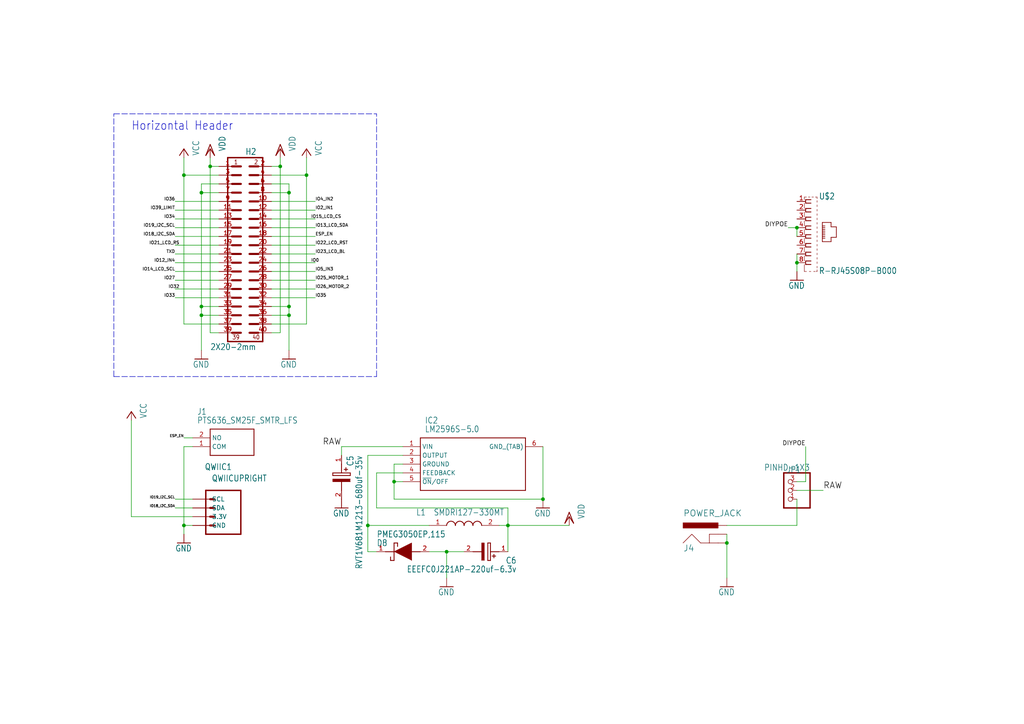
<source format=kicad_sch>
(kicad_sch (version 20211123) (generator eeschema)

  (uuid c58960d9-4cac-4036-ad2e-1aef26946dae)

  (paper "A4")

  (lib_symbols
    (symbol "WT32SC01 wifi poe-eagle-import:CDRH127_LDNP-330MC" (in_bom yes) (on_board yes)
      (property "Reference" "L" (id 0) (at 16.51 6.35 0)
        (effects (font (size 1.778 1.5113)) (justify left))
      )
      (property "Value" "CDRH127_LDNP-330MC" (id 1) (at 16.51 3.81 0)
        (effects (font (size 1.778 1.5113)) (justify left))
      )
      (property "Footprint" "" (id 2) (at 0 0 0)
        (effects (font (size 1.27 1.27)) hide)
      )
      (property "Datasheet" "" (id 3) (at 0 0 0)
        (effects (font (size 1.27 1.27)) hide)
      )
      (property "ki_locked" "" (id 4) (at 0 0 0)
        (effects (font (size 1.27 1.27)))
      )
      (symbol "CDRH127_LDNP-330MC_1_0"
        (arc (start 7.62 0) (mid 6.35 1.22) (end 5.08 0)
          (stroke (width 0.254) (type default) (color 0 0 0 0))
          (fill (type none))
        )
        (arc (start 10.16 0) (mid 8.89 1.22) (end 7.62 0)
          (stroke (width 0.254) (type default) (color 0 0 0 0))
          (fill (type none))
        )
        (arc (start 12.7 0) (mid 11.43 1.22) (end 10.16 0)
          (stroke (width 0.254) (type default) (color 0 0 0 0))
          (fill (type none))
        )
        (arc (start 15.24 0) (mid 13.97 1.22) (end 12.7 0)
          (stroke (width 0.254) (type default) (color 0 0 0 0))
          (fill (type none))
        )
        (pin bidirectional line (at 0 0 0) (length 5.08)
          (name "1" (effects (font (size 0 0))))
          (number "1" (effects (font (size 1.27 1.27))))
        )
        (pin bidirectional line (at 20.32 0 180) (length 5.08)
          (name "2" (effects (font (size 0 0))))
          (number "2" (effects (font (size 1.27 1.27))))
        )
      )
    )
    (symbol "WT32SC01 wifi poe-eagle-import:EEE-HD1V681AQ" (in_bom yes) (on_board yes)
      (property "Reference" "C" (id 0) (at 8.89 6.35 0)
        (effects (font (size 1.778 1.5113)) (justify left))
      )
      (property "Value" "EEE-HD1V681AQ" (id 1) (at 8.89 3.81 0)
        (effects (font (size 1.778 1.5113)) (justify left))
      )
      (property "Footprint" "" (id 2) (at 0 0 0)
        (effects (font (size 1.27 1.27)) hide)
      )
      (property "Datasheet" "" (id 3) (at 0 0 0)
        (effects (font (size 1.27 1.27)) hide)
      )
      (property "ki_locked" "" (id 4) (at 0 0 0)
        (effects (font (size 1.27 1.27)))
      )
      (symbol "EEE-HD1V681AQ_1_0"
        (polyline
          (pts
            (xy 2.54 0)
            (xy 5.08 0)
          )
          (stroke (width 0.254) (type default) (color 0 0 0 0))
          (fill (type none))
        )
        (polyline
          (pts
            (xy 4.064 1.778)
            (xy 4.064 0.762)
          )
          (stroke (width 0.254) (type default) (color 0 0 0 0))
          (fill (type none))
        )
        (polyline
          (pts
            (xy 4.572 1.27)
            (xy 3.556 1.27)
          )
          (stroke (width 0.254) (type default) (color 0 0 0 0))
          (fill (type none))
        )
        (polyline
          (pts
            (xy 5.08 2.54)
            (xy 5.08 -2.54)
          )
          (stroke (width 0.254) (type default) (color 0 0 0 0))
          (fill (type none))
        )
        (polyline
          (pts
            (xy 5.08 2.54)
            (xy 5.842 2.54)
          )
          (stroke (width 0.254) (type default) (color 0 0 0 0))
          (fill (type none))
        )
        (polyline
          (pts
            (xy 5.842 -2.54)
            (xy 5.08 -2.54)
          )
          (stroke (width 0.254) (type default) (color 0 0 0 0))
          (fill (type none))
        )
        (polyline
          (pts
            (xy 5.842 -2.54)
            (xy 5.842 2.54)
          )
          (stroke (width 0.254) (type default) (color 0 0 0 0))
          (fill (type none))
        )
        (polyline
          (pts
            (xy 7.62 0)
            (xy 10.16 0)
          )
          (stroke (width 0.254) (type default) (color 0 0 0 0))
          (fill (type none))
        )
        (polyline
          (pts
            (xy 7.62 2.54)
            (xy 7.62 -2.54)
            (xy 6.858 -2.54)
            (xy 6.858 2.54)
          )
          (stroke (width 0) (type default) (color 0 0 0 0))
          (fill (type outline))
        )
        (pin bidirectional line (at 0 0 0) (length 2.54)
          (name "+" (effects (font (size 0 0))))
          (number "1" (effects (font (size 1.27 1.27))))
        )
        (pin bidirectional line (at 12.7 0 180) (length 2.54)
          (name "-" (effects (font (size 0 0))))
          (number "2" (effects (font (size 1.27 1.27))))
        )
      )
    )
    (symbol "WT32SC01 wifi poe-eagle-import:EEEFC0J221AP" (in_bom yes) (on_board yes)
      (property "Reference" "C" (id 0) (at 8.89 6.35 0)
        (effects (font (size 1.778 1.5113)) (justify left))
      )
      (property "Value" "EEEFC0J221AP" (id 1) (at 8.89 3.81 0)
        (effects (font (size 1.778 1.5113)) (justify left))
      )
      (property "Footprint" "" (id 2) (at 0 0 0)
        (effects (font (size 1.27 1.27)) hide)
      )
      (property "Datasheet" "" (id 3) (at 0 0 0)
        (effects (font (size 1.27 1.27)) hide)
      )
      (property "ki_locked" "" (id 4) (at 0 0 0)
        (effects (font (size 1.27 1.27)))
      )
      (symbol "EEEFC0J221AP_1_0"
        (polyline
          (pts
            (xy 2.54 0)
            (xy 5.08 0)
          )
          (stroke (width 0.254) (type default) (color 0 0 0 0))
          (fill (type none))
        )
        (polyline
          (pts
            (xy 4.064 1.778)
            (xy 4.064 0.762)
          )
          (stroke (width 0.254) (type default) (color 0 0 0 0))
          (fill (type none))
        )
        (polyline
          (pts
            (xy 4.572 1.27)
            (xy 3.556 1.27)
          )
          (stroke (width 0.254) (type default) (color 0 0 0 0))
          (fill (type none))
        )
        (polyline
          (pts
            (xy 5.08 2.54)
            (xy 5.08 -2.54)
          )
          (stroke (width 0.254) (type default) (color 0 0 0 0))
          (fill (type none))
        )
        (polyline
          (pts
            (xy 5.08 2.54)
            (xy 5.842 2.54)
          )
          (stroke (width 0.254) (type default) (color 0 0 0 0))
          (fill (type none))
        )
        (polyline
          (pts
            (xy 5.842 -2.54)
            (xy 5.08 -2.54)
          )
          (stroke (width 0.254) (type default) (color 0 0 0 0))
          (fill (type none))
        )
        (polyline
          (pts
            (xy 5.842 -2.54)
            (xy 5.842 2.54)
          )
          (stroke (width 0.254) (type default) (color 0 0 0 0))
          (fill (type none))
        )
        (polyline
          (pts
            (xy 7.62 0)
            (xy 10.16 0)
          )
          (stroke (width 0.254) (type default) (color 0 0 0 0))
          (fill (type none))
        )
        (polyline
          (pts
            (xy 7.62 2.54)
            (xy 7.62 -2.54)
            (xy 6.858 -2.54)
            (xy 6.858 2.54)
          )
          (stroke (width 0) (type default) (color 0 0 0 0))
          (fill (type outline))
        )
        (pin bidirectional line (at 0 0 0) (length 2.54)
          (name "+" (effects (font (size 0 0))))
          (number "1" (effects (font (size 1.27 1.27))))
        )
        (pin bidirectional line (at 12.7 0 180) (length 2.54)
          (name "-" (effects (font (size 0 0))))
          (number "2" (effects (font (size 1.27 1.27))))
        )
      )
    )
    (symbol "WT32SC01 wifi poe-eagle-import:GND" (power) (in_bom yes) (on_board yes)
      (property "Reference" "#GND" (id 0) (at 0 0 0)
        (effects (font (size 1.27 1.27)) hide)
      )
      (property "Value" "GND" (id 1) (at -2.54 -2.54 0)
        (effects (font (size 1.778 1.5113)) (justify left bottom))
      )
      (property "Footprint" "" (id 2) (at 0 0 0)
        (effects (font (size 1.27 1.27)) hide)
      )
      (property "Datasheet" "" (id 3) (at 0 0 0)
        (effects (font (size 1.27 1.27)) hide)
      )
      (property "ki_locked" "" (id 4) (at 0 0 0)
        (effects (font (size 1.27 1.27)))
      )
      (symbol "GND_1_0"
        (polyline
          (pts
            (xy -1.905 0)
            (xy 1.905 0)
          )
          (stroke (width 0.254) (type default) (color 0 0 0 0))
          (fill (type none))
        )
        (pin power_in line (at 0 2.54 270) (length 2.54)
          (name "GND" (effects (font (size 0 0))))
          (number "1" (effects (font (size 0 0))))
        )
      )
    )
    (symbol "WT32SC01 wifi poe-eagle-import:LM2596S-3.3_NOPB" (in_bom yes) (on_board yes)
      (property "Reference" "IC" (id 0) (at 36.83 7.62 0)
        (effects (font (size 1.778 1.5113)) (justify left))
      )
      (property "Value" "LM2596S-3.3_NOPB" (id 1) (at 36.83 5.08 0)
        (effects (font (size 1.778 1.5113)) (justify left))
      )
      (property "Footprint" "" (id 2) (at 0 0 0)
        (effects (font (size 1.27 1.27)) hide)
      )
      (property "Datasheet" "" (id 3) (at 0 0 0)
        (effects (font (size 1.27 1.27)) hide)
      )
      (property "ki_locked" "" (id 4) (at 0 0 0)
        (effects (font (size 1.27 1.27)))
      )
      (symbol "LM2596S-3.3_NOPB_1_0"
        (polyline
          (pts
            (xy 5.08 2.54)
            (xy 5.08 -12.7)
          )
          (stroke (width 0.254) (type default) (color 0 0 0 0))
          (fill (type none))
        )
        (polyline
          (pts
            (xy 5.08 2.54)
            (xy 35.56 2.54)
          )
          (stroke (width 0.254) (type default) (color 0 0 0 0))
          (fill (type none))
        )
        (polyline
          (pts
            (xy 35.56 -12.7)
            (xy 5.08 -12.7)
          )
          (stroke (width 0.254) (type default) (color 0 0 0 0))
          (fill (type none))
        )
        (polyline
          (pts
            (xy 35.56 -12.7)
            (xy 35.56 2.54)
          )
          (stroke (width 0.254) (type default) (color 0 0 0 0))
          (fill (type none))
        )
        (pin input line (at 0 0 0) (length 5.08)
          (name "VIN" (effects (font (size 1.27 1.27))))
          (number "1" (effects (font (size 1.27 1.27))))
        )
        (pin output line (at 0 -2.54 0) (length 5.08)
          (name "OUTPUT" (effects (font (size 1.27 1.27))))
          (number "2" (effects (font (size 1.27 1.27))))
        )
        (pin bidirectional line (at 0 -5.08 0) (length 5.08)
          (name "GROUND" (effects (font (size 1.27 1.27))))
          (number "3" (effects (font (size 1.27 1.27))))
        )
        (pin bidirectional line (at 0 -7.62 0) (length 5.08)
          (name "FEEDBACK" (effects (font (size 1.27 1.27))))
          (number "4" (effects (font (size 1.27 1.27))))
        )
        (pin bidirectional line (at 0 -10.16 0) (length 5.08)
          (name "~{ON}/OFF" (effects (font (size 1.27 1.27))))
          (number "5" (effects (font (size 1.27 1.27))))
        )
        (pin power_in line (at 40.64 0 180) (length 5.08)
          (name "GND_(TAB)" (effects (font (size 1.27 1.27))))
          (number "6" (effects (font (size 1.27 1.27))))
        )
      )
    )
    (symbol "WT32SC01 wifi poe-eagle-import:M02X20-2.00-P-BELOW" (in_bom yes) (on_board yes)
      (property "Reference" "H" (id 0) (at 0 26.162 0)
        (effects (font (size 1.778 1.5113)) (justify left bottom))
      )
      (property "Value" "M02X20-2.00-P-BELOW" (id 1) (at -5.08 -30.48 0)
        (effects (font (size 1.778 1.5113)) (justify left bottom))
      )
      (property "Footprint" "" (id 2) (at 0 0 0)
        (effects (font (size 1.27 1.27)) hide)
      )
      (property "Datasheet" "" (id 3) (at 0 0 0)
        (effects (font (size 1.27 1.27)) hide)
      )
      (property "ki_locked" "" (id 4) (at 0 0 0)
        (effects (font (size 1.27 1.27)))
      )
      (symbol "M02X20-2.00-P-BELOW_1_0"
        (polyline
          (pts
            (xy -5.08 -27.94)
            (xy -5.08 25.4)
          )
          (stroke (width 0.4064) (type default) (color 0 0 0 0))
          (fill (type none))
        )
        (polyline
          (pts
            (xy -5.08 25.4)
            (xy 5.08 25.4)
          )
          (stroke (width 0.4064) (type default) (color 0 0 0 0))
          (fill (type none))
        )
        (polyline
          (pts
            (xy -3.81 -25.4)
            (xy -1.27 -25.4)
          )
          (stroke (width 0.6096) (type default) (color 0 0 0 0))
          (fill (type none))
        )
        (polyline
          (pts
            (xy -3.81 -22.86)
            (xy -1.27 -22.86)
          )
          (stroke (width 0.6096) (type default) (color 0 0 0 0))
          (fill (type none))
        )
        (polyline
          (pts
            (xy -3.81 -20.32)
            (xy -1.27 -20.32)
          )
          (stroke (width 0.6096) (type default) (color 0 0 0 0))
          (fill (type none))
        )
        (polyline
          (pts
            (xy -3.81 -17.78)
            (xy -1.27 -17.78)
          )
          (stroke (width 0.6096) (type default) (color 0 0 0 0))
          (fill (type none))
        )
        (polyline
          (pts
            (xy -3.81 -15.24)
            (xy -1.27 -15.24)
          )
          (stroke (width 0.6096) (type default) (color 0 0 0 0))
          (fill (type none))
        )
        (polyline
          (pts
            (xy -3.81 -12.7)
            (xy -1.27 -12.7)
          )
          (stroke (width 0.6096) (type default) (color 0 0 0 0))
          (fill (type none))
        )
        (polyline
          (pts
            (xy -3.81 -10.16)
            (xy -1.27 -10.16)
          )
          (stroke (width 0.6096) (type default) (color 0 0 0 0))
          (fill (type none))
        )
        (polyline
          (pts
            (xy -3.81 -7.62)
            (xy -1.27 -7.62)
          )
          (stroke (width 0.6096) (type default) (color 0 0 0 0))
          (fill (type none))
        )
        (polyline
          (pts
            (xy -3.81 -5.08)
            (xy -1.27 -5.08)
          )
          (stroke (width 0.6096) (type default) (color 0 0 0 0))
          (fill (type none))
        )
        (polyline
          (pts
            (xy -3.81 -2.54)
            (xy -1.27 -2.54)
          )
          (stroke (width 0.6096) (type default) (color 0 0 0 0))
          (fill (type none))
        )
        (polyline
          (pts
            (xy -3.81 0)
            (xy -1.27 0)
          )
          (stroke (width 0.6096) (type default) (color 0 0 0 0))
          (fill (type none))
        )
        (polyline
          (pts
            (xy -3.81 2.54)
            (xy -1.27 2.54)
          )
          (stroke (width 0.6096) (type default) (color 0 0 0 0))
          (fill (type none))
        )
        (polyline
          (pts
            (xy -3.81 5.08)
            (xy -1.27 5.08)
          )
          (stroke (width 0.6096) (type default) (color 0 0 0 0))
          (fill (type none))
        )
        (polyline
          (pts
            (xy -3.81 7.62)
            (xy -1.27 7.62)
          )
          (stroke (width 0.6096) (type default) (color 0 0 0 0))
          (fill (type none))
        )
        (polyline
          (pts
            (xy -3.81 10.16)
            (xy -1.27 10.16)
          )
          (stroke (width 0.6096) (type default) (color 0 0 0 0))
          (fill (type none))
        )
        (polyline
          (pts
            (xy -3.81 12.7)
            (xy -1.27 12.7)
          )
          (stroke (width 0.6096) (type default) (color 0 0 0 0))
          (fill (type none))
        )
        (polyline
          (pts
            (xy -3.81 15.24)
            (xy -1.27 15.24)
          )
          (stroke (width 0.6096) (type default) (color 0 0 0 0))
          (fill (type none))
        )
        (polyline
          (pts
            (xy -3.81 17.78)
            (xy -1.27 17.78)
          )
          (stroke (width 0.6096) (type default) (color 0 0 0 0))
          (fill (type none))
        )
        (polyline
          (pts
            (xy -3.81 20.32)
            (xy -1.27 20.32)
          )
          (stroke (width 0.6096) (type default) (color 0 0 0 0))
          (fill (type none))
        )
        (polyline
          (pts
            (xy -3.81 22.86)
            (xy -1.27 22.86)
          )
          (stroke (width 0.6096) (type default) (color 0 0 0 0))
          (fill (type none))
        )
        (polyline
          (pts
            (xy 1.27 -25.4)
            (xy 3.81 -25.4)
          )
          (stroke (width 0.6096) (type default) (color 0 0 0 0))
          (fill (type none))
        )
        (polyline
          (pts
            (xy 1.27 -22.86)
            (xy 3.81 -22.86)
          )
          (stroke (width 0.6096) (type default) (color 0 0 0 0))
          (fill (type none))
        )
        (polyline
          (pts
            (xy 1.27 -20.32)
            (xy 3.81 -20.32)
          )
          (stroke (width 0.6096) (type default) (color 0 0 0 0))
          (fill (type none))
        )
        (polyline
          (pts
            (xy 1.27 -17.78)
            (xy 3.81 -17.78)
          )
          (stroke (width 0.6096) (type default) (color 0 0 0 0))
          (fill (type none))
        )
        (polyline
          (pts
            (xy 1.27 -15.24)
            (xy 3.81 -15.24)
          )
          (stroke (width 0.6096) (type default) (color 0 0 0 0))
          (fill (type none))
        )
        (polyline
          (pts
            (xy 1.27 -12.7)
            (xy 3.81 -12.7)
          )
          (stroke (width 0.6096) (type default) (color 0 0 0 0))
          (fill (type none))
        )
        (polyline
          (pts
            (xy 1.27 -10.16)
            (xy 3.81 -10.16)
          )
          (stroke (width 0.6096) (type default) (color 0 0 0 0))
          (fill (type none))
        )
        (polyline
          (pts
            (xy 1.27 -7.62)
            (xy 3.81 -7.62)
          )
          (stroke (width 0.6096) (type default) (color 0 0 0 0))
          (fill (type none))
        )
        (polyline
          (pts
            (xy 1.27 -5.08)
            (xy 3.81 -5.08)
          )
          (stroke (width 0.6096) (type default) (color 0 0 0 0))
          (fill (type none))
        )
        (polyline
          (pts
            (xy 1.27 -2.54)
            (xy 3.81 -2.54)
          )
          (stroke (width 0.6096) (type default) (color 0 0 0 0))
          (fill (type none))
        )
        (polyline
          (pts
            (xy 1.27 0)
            (xy 3.81 0)
          )
          (stroke (width 0.6096) (type default) (color 0 0 0 0))
          (fill (type none))
        )
        (polyline
          (pts
            (xy 1.27 2.54)
            (xy 3.81 2.54)
          )
          (stroke (width 0.6096) (type default) (color 0 0 0 0))
          (fill (type none))
        )
        (polyline
          (pts
            (xy 1.27 5.08)
            (xy 3.81 5.08)
          )
          (stroke (width 0.6096) (type default) (color 0 0 0 0))
          (fill (type none))
        )
        (polyline
          (pts
            (xy 1.27 7.62)
            (xy 3.81 7.62)
          )
          (stroke (width 0.6096) (type default) (color 0 0 0 0))
          (fill (type none))
        )
        (polyline
          (pts
            (xy 1.27 10.16)
            (xy 3.81 10.16)
          )
          (stroke (width 0.6096) (type default) (color 0 0 0 0))
          (fill (type none))
        )
        (polyline
          (pts
            (xy 1.27 12.7)
            (xy 3.81 12.7)
          )
          (stroke (width 0.6096) (type default) (color 0 0 0 0))
          (fill (type none))
        )
        (polyline
          (pts
            (xy 1.27 15.24)
            (xy 3.81 15.24)
          )
          (stroke (width 0.6096) (type default) (color 0 0 0 0))
          (fill (type none))
        )
        (polyline
          (pts
            (xy 1.27 17.78)
            (xy 3.81 17.78)
          )
          (stroke (width 0.6096) (type default) (color 0 0 0 0))
          (fill (type none))
        )
        (polyline
          (pts
            (xy 1.27 20.32)
            (xy 3.81 20.32)
          )
          (stroke (width 0.6096) (type default) (color 0 0 0 0))
          (fill (type none))
        )
        (polyline
          (pts
            (xy 1.27 22.86)
            (xy 3.81 22.86)
          )
          (stroke (width 0.6096) (type default) (color 0 0 0 0))
          (fill (type none))
        )
        (polyline
          (pts
            (xy 5.08 -27.94)
            (xy -5.08 -27.94)
          )
          (stroke (width 0.4064) (type default) (color 0 0 0 0))
          (fill (type none))
        )
        (polyline
          (pts
            (xy 5.08 -27.94)
            (xy 5.08 25.4)
          )
          (stroke (width 0.4064) (type default) (color 0 0 0 0))
          (fill (type none))
        )
        (text "1" (at -3.302 23.368 0)
          (effects (font (size 1.27 1.0795)) (justify left bottom))
        )
        (text "2" (at 2.54 23.368 0)
          (effects (font (size 1.27 1.0795)) (justify left bottom))
        )
        (text "39" (at -3.81 -27.432 0)
          (effects (font (size 1.27 1.0795)) (justify left bottom))
        )
        (text "40" (at 2.032 -27.432 0)
          (effects (font (size 1.27 1.0795)) (justify left bottom))
        )
        (pin passive line (at -7.62 22.86 0) (length 5.08)
          (name "1" (effects (font (size 0 0))))
          (number "1" (effects (font (size 1.27 1.27))))
        )
        (pin passive line (at 7.62 12.7 180) (length 5.08)
          (name "10" (effects (font (size 0 0))))
          (number "10" (effects (font (size 1.27 1.27))))
        )
        (pin passive line (at -7.62 10.16 0) (length 5.08)
          (name "11" (effects (font (size 0 0))))
          (number "11" (effects (font (size 1.27 1.27))))
        )
        (pin passive line (at 7.62 10.16 180) (length 5.08)
          (name "12" (effects (font (size 0 0))))
          (number "12" (effects (font (size 1.27 1.27))))
        )
        (pin passive line (at -7.62 7.62 0) (length 5.08)
          (name "13" (effects (font (size 0 0))))
          (number "13" (effects (font (size 1.27 1.27))))
        )
        (pin passive line (at 7.62 7.62 180) (length 5.08)
          (name "14" (effects (font (size 0 0))))
          (number "14" (effects (font (size 1.27 1.27))))
        )
        (pin passive line (at -7.62 5.08 0) (length 5.08)
          (name "15" (effects (font (size 0 0))))
          (number "15" (effects (font (size 1.27 1.27))))
        )
        (pin passive line (at 7.62 5.08 180) (length 5.08)
          (name "16" (effects (font (size 0 0))))
          (number "16" (effects (font (size 1.27 1.27))))
        )
        (pin passive line (at -7.62 2.54 0) (length 5.08)
          (name "17" (effects (font (size 0 0))))
          (number "17" (effects (font (size 1.27 1.27))))
        )
        (pin passive line (at 7.62 2.54 180) (length 5.08)
          (name "18" (effects (font (size 0 0))))
          (number "18" (effects (font (size 1.27 1.27))))
        )
        (pin passive line (at -7.62 0 0) (length 5.08)
          (name "19" (effects (font (size 0 0))))
          (number "19" (effects (font (size 1.27 1.27))))
        )
        (pin passive line (at 7.62 22.86 180) (length 5.08)
          (name "2" (effects (font (size 0 0))))
          (number "2" (effects (font (size 1.27 1.27))))
        )
        (pin passive line (at 7.62 0 180) (length 5.08)
          (name "20" (effects (font (size 0 0))))
          (number "20" (effects (font (size 1.27 1.27))))
        )
        (pin passive line (at -7.62 -2.54 0) (length 5.08)
          (name "21" (effects (font (size 0 0))))
          (number "21" (effects (font (size 1.27 1.27))))
        )
        (pin passive line (at 7.62 -2.54 180) (length 5.08)
          (name "22" (effects (font (size 0 0))))
          (number "22" (effects (font (size 1.27 1.27))))
        )
        (pin passive line (at -7.62 -5.08 0) (length 5.08)
          (name "23" (effects (font (size 0 0))))
          (number "23" (effects (font (size 1.27 1.27))))
        )
        (pin passive line (at 7.62 -5.08 180) (length 5.08)
          (name "24" (effects (font (size 0 0))))
          (number "24" (effects (font (size 1.27 1.27))))
        )
        (pin passive line (at -7.62 -7.62 0) (length 5.08)
          (name "25" (effects (font (size 0 0))))
          (number "25" (effects (font (size 1.27 1.27))))
        )
        (pin passive line (at 7.62 -7.62 180) (length 5.08)
          (name "26" (effects (font (size 0 0))))
          (number "26" (effects (font (size 1.27 1.27))))
        )
        (pin passive line (at -7.62 -10.16 0) (length 5.08)
          (name "27" (effects (font (size 0 0))))
          (number "27" (effects (font (size 1.27 1.27))))
        )
        (pin passive line (at 7.62 -10.16 180) (length 5.08)
          (name "28" (effects (font (size 0 0))))
          (number "28" (effects (font (size 1.27 1.27))))
        )
        (pin passive line (at -7.62 -12.7 0) (length 5.08)
          (name "29" (effects (font (size 0 0))))
          (number "29" (effects (font (size 1.27 1.27))))
        )
        (pin passive line (at -7.62 20.32 0) (length 5.08)
          (name "3" (effects (font (size 0 0))))
          (number "3" (effects (font (size 1.27 1.27))))
        )
        (pin passive line (at 7.62 -12.7 180) (length 5.08)
          (name "30" (effects (font (size 0 0))))
          (number "30" (effects (font (size 1.27 1.27))))
        )
        (pin passive line (at -7.62 -15.24 0) (length 5.08)
          (name "31" (effects (font (size 0 0))))
          (number "31" (effects (font (size 1.27 1.27))))
        )
        (pin passive line (at 7.62 -15.24 180) (length 5.08)
          (name "32" (effects (font (size 0 0))))
          (number "32" (effects (font (size 1.27 1.27))))
        )
        (pin passive line (at -7.62 -17.78 0) (length 5.08)
          (name "33" (effects (font (size 0 0))))
          (number "33" (effects (font (size 1.27 1.27))))
        )
        (pin passive line (at 7.62 -17.78 180) (length 5.08)
          (name "34" (effects (font (size 0 0))))
          (number "34" (effects (font (size 1.27 1.27))))
        )
        (pin passive line (at -7.62 -20.32 0) (length 5.08)
          (name "35" (effects (font (size 0 0))))
          (number "35" (effects (font (size 1.27 1.27))))
        )
        (pin passive line (at 7.62 -20.32 180) (length 5.08)
          (name "36" (effects (font (size 0 0))))
          (number "36" (effects (font (size 1.27 1.27))))
        )
        (pin passive line (at -7.62 -22.86 0) (length 5.08)
          (name "37" (effects (font (size 0 0))))
          (number "37" (effects (font (size 1.27 1.27))))
        )
        (pin passive line (at 7.62 -22.86 180) (length 5.08)
          (name "38" (effects (font (size 0 0))))
          (number "38" (effects (font (size 1.27 1.27))))
        )
        (pin passive line (at -7.62 -25.4 0) (length 5.08)
          (name "39" (effects (font (size 0 0))))
          (number "39" (effects (font (size 1.27 1.27))))
        )
        (pin passive line (at 7.62 20.32 180) (length 5.08)
          (name "4" (effects (font (size 0 0))))
          (number "4" (effects (font (size 1.27 1.27))))
        )
        (pin passive line (at 7.62 -25.4 180) (length 5.08)
          (name "40" (effects (font (size 0 0))))
          (number "40" (effects (font (size 1.27 1.27))))
        )
        (pin passive line (at -7.62 17.78 0) (length 5.08)
          (name "5" (effects (font (size 0 0))))
          (number "5" (effects (font (size 1.27 1.27))))
        )
        (pin passive line (at 7.62 17.78 180) (length 5.08)
          (name "6" (effects (font (size 0 0))))
          (number "6" (effects (font (size 1.27 1.27))))
        )
        (pin passive line (at -7.62 15.24 0) (length 5.08)
          (name "7" (effects (font (size 0 0))))
          (number "7" (effects (font (size 1.27 1.27))))
        )
        (pin passive line (at 7.62 15.24 180) (length 5.08)
          (name "8" (effects (font (size 0 0))))
          (number "8" (effects (font (size 1.27 1.27))))
        )
        (pin passive line (at -7.62 12.7 0) (length 5.08)
          (name "9" (effects (font (size 0 0))))
          (number "9" (effects (font (size 1.27 1.27))))
        )
      )
    )
    (symbol "WT32SC01 wifi poe-eagle-import:PINHD-1X3" (in_bom yes) (on_board yes)
      (property "Reference" "JP" (id 0) (at -6.35 5.715 0)
        (effects (font (size 1.778 1.5113)) (justify left bottom))
      )
      (property "Value" "PINHD-1X3" (id 1) (at -6.35 -7.62 0)
        (effects (font (size 1.778 1.5113)) (justify left bottom))
      )
      (property "Footprint" "" (id 2) (at 0 0 0)
        (effects (font (size 1.27 1.27)) hide)
      )
      (property "Datasheet" "" (id 3) (at 0 0 0)
        (effects (font (size 1.27 1.27)) hide)
      )
      (property "ki_locked" "" (id 4) (at 0 0 0)
        (effects (font (size 1.27 1.27)))
      )
      (symbol "PINHD-1X3_1_0"
        (polyline
          (pts
            (xy -6.35 -5.08)
            (xy 1.27 -5.08)
          )
          (stroke (width 0.4064) (type default) (color 0 0 0 0))
          (fill (type none))
        )
        (polyline
          (pts
            (xy -6.35 5.08)
            (xy -6.35 -5.08)
          )
          (stroke (width 0.4064) (type default) (color 0 0 0 0))
          (fill (type none))
        )
        (polyline
          (pts
            (xy 1.27 -5.08)
            (xy 1.27 5.08)
          )
          (stroke (width 0.4064) (type default) (color 0 0 0 0))
          (fill (type none))
        )
        (polyline
          (pts
            (xy 1.27 5.08)
            (xy -6.35 5.08)
          )
          (stroke (width 0.4064) (type default) (color 0 0 0 0))
          (fill (type none))
        )
        (pin passive inverted (at -2.54 2.54 0) (length 2.54)
          (name "1" (effects (font (size 0 0))))
          (number "1" (effects (font (size 1.27 1.27))))
        )
        (pin passive inverted (at -2.54 0 0) (length 2.54)
          (name "2" (effects (font (size 0 0))))
          (number "2" (effects (font (size 1.27 1.27))))
        )
        (pin passive inverted (at -2.54 -2.54 0) (length 2.54)
          (name "3" (effects (font (size 0 0))))
          (number "3" (effects (font (size 1.27 1.27))))
        )
      )
    )
    (symbol "WT32SC01 wifi poe-eagle-import:PMEG3050EP,115" (in_bom yes) (on_board yes)
      (property "Reference" "D" (id 0) (at 12.7 8.89 0)
        (effects (font (size 1.778 1.5113)) (justify left))
      )
      (property "Value" "PMEG3050EP,115" (id 1) (at 12.7 6.35 0)
        (effects (font (size 1.778 1.5113)) (justify left))
      )
      (property "Footprint" "" (id 2) (at 0 0 0)
        (effects (font (size 1.27 1.27)) hide)
      )
      (property "Datasheet" "" (id 3) (at 0 0 0)
        (effects (font (size 1.27 1.27)) hide)
      )
      (property "ki_locked" "" (id 4) (at 0 0 0)
        (effects (font (size 1.27 1.27)))
      )
      (symbol "PMEG3050EP,115_1_0"
        (polyline
          (pts
            (xy 5.08 0)
            (xy 7.62 0)
          )
          (stroke (width 0.254) (type default) (color 0 0 0 0))
          (fill (type none))
        )
        (polyline
          (pts
            (xy 6.604 -1.524)
            (xy 6.604 -2.54)
          )
          (stroke (width 0.254) (type default) (color 0 0 0 0))
          (fill (type none))
        )
        (polyline
          (pts
            (xy 7.62 -2.54)
            (xy 6.604 -2.54)
          )
          (stroke (width 0.254) (type default) (color 0 0 0 0))
          (fill (type none))
        )
        (polyline
          (pts
            (xy 7.62 2.54)
            (xy 7.62 -2.54)
          )
          (stroke (width 0.254) (type default) (color 0 0 0 0))
          (fill (type none))
        )
        (polyline
          (pts
            (xy 7.62 2.54)
            (xy 8.636 2.54)
          )
          (stroke (width 0.254) (type default) (color 0 0 0 0))
          (fill (type none))
        )
        (polyline
          (pts
            (xy 8.636 1.524)
            (xy 8.636 2.54)
          )
          (stroke (width 0.254) (type default) (color 0 0 0 0))
          (fill (type none))
        )
        (polyline
          (pts
            (xy 12.7 0)
            (xy 15.24 0)
          )
          (stroke (width 0.254) (type default) (color 0 0 0 0))
          (fill (type none))
        )
        (polyline
          (pts
            (xy 7.62 0)
            (xy 12.7 2.54)
            (xy 12.7 -2.54)
          )
          (stroke (width 0) (type default) (color 0 0 0 0))
          (fill (type outline))
        )
        (pin bidirectional line (at 2.54 0 0) (length 2.54)
          (name "K" (effects (font (size 0 0))))
          (number "1" (effects (font (size 1.27 1.27))))
        )
        (pin bidirectional line (at 17.78 0 180) (length 2.54)
          (name "A" (effects (font (size 0 0))))
          (number "2" (effects (font (size 1.27 1.27))))
        )
      )
    )
    (symbol "WT32SC01 wifi poe-eagle-import:POWER_JACK" (in_bom yes) (on_board yes)
      (property "Reference" "J" (id 0) (at -10.16 0 0)
        (effects (font (size 1.778 1.778)) (justify left bottom))
      )
      (property "Value" "POWER_JACK" (id 1) (at -10.16 10.16 0)
        (effects (font (size 1.778 1.778)) (justify left bottom))
      )
      (property "Footprint" "" (id 2) (at 0 0 0)
        (effects (font (size 1.27 1.27)) hide)
      )
      (property "Datasheet" "" (id 3) (at 0 0 0)
        (effects (font (size 1.27 1.27)) hide)
      )
      (property "ki_locked" "" (id 4) (at 0 0 0)
        (effects (font (size 1.27 1.27)))
      )
      (symbol "POWER_JACK_1_0"
        (rectangle (start -10.16 6.858) (end 0 8.382)
          (stroke (width 0) (type default) (color 0 0 0 0))
          (fill (type outline))
        )
        (polyline
          (pts
            (xy -10.16 2.54)
            (xy -7.62 5.08)
          )
          (stroke (width 0.1524) (type default) (color 0 0 0 0))
          (fill (type none))
        )
        (polyline
          (pts
            (xy -7.62 5.08)
            (xy -5.08 2.54)
          )
          (stroke (width 0.1524) (type default) (color 0 0 0 0))
          (fill (type none))
        )
        (polyline
          (pts
            (xy -5.08 2.54)
            (xy -2.54 2.54)
          )
          (stroke (width 0.1524) (type default) (color 0 0 0 0))
          (fill (type none))
        )
        (polyline
          (pts
            (xy -2.54 2.54)
            (xy -2.54 5.08)
          )
          (stroke (width 0.1524) (type default) (color 0 0 0 0))
          (fill (type none))
        )
        (polyline
          (pts
            (xy -2.54 2.54)
            (xy 0 2.54)
          )
          (stroke (width 0.1524) (type default) (color 0 0 0 0))
          (fill (type none))
        )
        (polyline
          (pts
            (xy -2.54 5.08)
            (xy 0 5.08)
          )
          (stroke (width 0.1524) (type default) (color 0 0 0 0))
          (fill (type none))
        )
        (pin bidirectional line (at 2.54 2.54 180) (length 2.54)
          (name "GND" (effects (font (size 0 0))))
          (number "GND" (effects (font (size 0 0))))
        )
        (pin bidirectional line (at 2.54 5.08 180) (length 2.54)
          (name "GNDBREAK" (effects (font (size 0 0))))
          (number "GNDBREAK" (effects (font (size 0 0))))
        )
        (pin bidirectional line (at 2.54 7.62 180) (length 2.54)
          (name "PWR" (effects (font (size 0 0))))
          (number "PWR" (effects (font (size 0 0))))
        )
      )
    )
    (symbol "WT32SC01 wifi poe-eagle-import:PTS636_SM25F_SMTR_LFS" (in_bom yes) (on_board yes)
      (property "Reference" "J" (id 0) (at 19.05 7.62 0)
        (effects (font (size 1.778 1.5113)) (justify left))
      )
      (property "Value" "PTS636_SM25F_SMTR_LFS" (id 1) (at 19.05 5.08 0)
        (effects (font (size 1.778 1.5113)) (justify left))
      )
      (property "Footprint" "" (id 2) (at 0 0 0)
        (effects (font (size 1.27 1.27)) hide)
      )
      (property "Datasheet" "" (id 3) (at 0 0 0)
        (effects (font (size 1.27 1.27)) hide)
      )
      (property "ki_locked" "" (id 4) (at 0 0 0)
        (effects (font (size 1.27 1.27)))
      )
      (symbol "PTS636_SM25F_SMTR_LFS_1_0"
        (polyline
          (pts
            (xy 5.08 2.54)
            (xy 5.08 -5.08)
          )
          (stroke (width 0.254) (type default) (color 0 0 0 0))
          (fill (type none))
        )
        (polyline
          (pts
            (xy 5.08 2.54)
            (xy 17.78 2.54)
          )
          (stroke (width 0.254) (type default) (color 0 0 0 0))
          (fill (type none))
        )
        (polyline
          (pts
            (xy 17.78 -5.08)
            (xy 5.08 -5.08)
          )
          (stroke (width 0.254) (type default) (color 0 0 0 0))
          (fill (type none))
        )
        (polyline
          (pts
            (xy 17.78 -5.08)
            (xy 17.78 2.54)
          )
          (stroke (width 0.254) (type default) (color 0 0 0 0))
          (fill (type none))
        )
        (pin bidirectional line (at 0 0 0) (length 5.08)
          (name "COM" (effects (font (size 1.27 1.27))))
          (number "1" (effects (font (size 1.27 1.27))))
        )
        (pin bidirectional line (at 0 -2.54 0) (length 5.08)
          (name "NO" (effects (font (size 1.27 1.27))))
          (number "2" (effects (font (size 1.27 1.27))))
        )
      )
    )
    (symbol "WT32SC01 wifi poe-eagle-import:QWIICUPRIGHT" (in_bom yes) (on_board yes)
      (property "Reference" "QWIIC" (id 0) (at -1.27 5.842 0)
        (effects (font (size 1.778 1.5113)) (justify left bottom))
      )
      (property "Value" "QWIICUPRIGHT" (id 1) (at -1.27 -10.16 0)
        (effects (font (size 1.778 1.5113)) (justify left bottom))
      )
      (property "Footprint" "" (id 2) (at 0 0 0)
        (effects (font (size 1.27 1.27)) hide)
      )
      (property "Datasheet" "" (id 3) (at 0 0 0)
        (effects (font (size 1.27 1.27)) hide)
      )
      (property "ki_locked" "" (id 4) (at 0 0 0)
        (effects (font (size 1.27 1.27)))
      )
      (symbol "QWIICUPRIGHT_1_0"
        (polyline
          (pts
            (xy -6.35 5.08)
            (xy -6.35 -7.62)
          )
          (stroke (width 0.4064) (type default) (color 0 0 0 0))
          (fill (type none))
        )
        (polyline
          (pts
            (xy -6.35 5.08)
            (xy 3.81 5.08)
          )
          (stroke (width 0.4064) (type default) (color 0 0 0 0))
          (fill (type none))
        )
        (polyline
          (pts
            (xy 1.27 -5.08)
            (xy 2.54 -5.08)
          )
          (stroke (width 0.6096) (type default) (color 0 0 0 0))
          (fill (type none))
        )
        (polyline
          (pts
            (xy 1.27 -2.54)
            (xy 2.54 -2.54)
          )
          (stroke (width 0.6096) (type default) (color 0 0 0 0))
          (fill (type none))
        )
        (polyline
          (pts
            (xy 1.27 0)
            (xy 2.54 0)
          )
          (stroke (width 0.6096) (type default) (color 0 0 0 0))
          (fill (type none))
        )
        (polyline
          (pts
            (xy 1.27 2.54)
            (xy 2.54 2.54)
          )
          (stroke (width 0.6096) (type default) (color 0 0 0 0))
          (fill (type none))
        )
        (polyline
          (pts
            (xy 3.81 -7.62)
            (xy -6.35 -7.62)
          )
          (stroke (width 0.4064) (type default) (color 0 0 0 0))
          (fill (type none))
        )
        (polyline
          (pts
            (xy 3.81 -7.62)
            (xy 3.81 5.08)
          )
          (stroke (width 0.4064) (type default) (color 0 0 0 0))
          (fill (type none))
        )
        (pin passive line (at 7.62 -5.08 180) (length 5.08)
          (name "GND" (effects (font (size 1.27 1.27))))
          (number "1" (effects (font (size 0 0))))
        )
        (pin passive line (at 7.62 -2.54 180) (length 5.08)
          (name "3.3V" (effects (font (size 1.27 1.27))))
          (number "2" (effects (font (size 0 0))))
        )
        (pin passive line (at 7.62 0 180) (length 5.08)
          (name "SDA" (effects (font (size 1.27 1.27))))
          (number "3" (effects (font (size 0 0))))
        )
        (pin passive line (at 7.62 2.54 180) (length 5.08)
          (name "SCL" (effects (font (size 1.27 1.27))))
          (number "4" (effects (font (size 0 0))))
        )
      )
    )
    (symbol "WT32SC01 wifi poe-eagle-import:R-RJ45S08P-B000" (in_bom yes) (on_board yes)
      (property "Reference" "" (id 0) (at 3.81 10.668 0)
        (effects (font (size 1.778 1.5113)) (justify left bottom))
      )
      (property "Value" "R-RJ45S08P-B000" (id 1) (at 3.81 -10.922 0)
        (effects (font (size 1.778 1.5113)) (justify left bottom))
      )
      (property "Footprint" "" (id 2) (at 0 0 0)
        (effects (font (size 1.27 1.27)) hide)
      )
      (property "Datasheet" "" (id 3) (at 0 0 0)
        (effects (font (size 1.27 1.27)) hide)
      )
      (property "ki_locked" "" (id 4) (at 0 0 0)
        (effects (font (size 1.27 1.27)))
      )
      (symbol "R-RJ45S08P-B000_1_0"
        (polyline
          (pts
            (xy -0.381 -10.16)
            (xy 0.254 -10.16)
          )
          (stroke (width 0.127) (type default) (color 0 0 0 0))
          (fill (type none))
        )
        (polyline
          (pts
            (xy -0.381 -8.128)
            (xy -0.381 -10.16)
          )
          (stroke (width 0.127) (type default) (color 0 0 0 0))
          (fill (type none))
        )
        (polyline
          (pts
            (xy -0.381 -5.588)
            (xy -0.381 -7.112)
          )
          (stroke (width 0.127) (type default) (color 0 0 0 0))
          (fill (type none))
        )
        (polyline
          (pts
            (xy -0.381 -3.048)
            (xy -0.381 -4.572)
          )
          (stroke (width 0.127) (type default) (color 0 0 0 0))
          (fill (type none))
        )
        (polyline
          (pts
            (xy -0.381 -0.508)
            (xy -0.381 -2.032)
          )
          (stroke (width 0.127) (type default) (color 0 0 0 0))
          (fill (type none))
        )
        (polyline
          (pts
            (xy -0.381 2.032)
            (xy -0.381 0.508)
          )
          (stroke (width 0.127) (type default) (color 0 0 0 0))
          (fill (type none))
        )
        (polyline
          (pts
            (xy -0.381 4.572)
            (xy -0.381 3.048)
          )
          (stroke (width 0.127) (type default) (color 0 0 0 0))
          (fill (type none))
        )
        (polyline
          (pts
            (xy -0.381 7.112)
            (xy -0.381 5.588)
          )
          (stroke (width 0.127) (type default) (color 0 0 0 0))
          (fill (type none))
        )
        (polyline
          (pts
            (xy -0.381 9.652)
            (xy -0.381 8.128)
          )
          (stroke (width 0.127) (type default) (color 0 0 0 0))
          (fill (type none))
        )
        (polyline
          (pts
            (xy -0.381 11.43)
            (xy -0.381 10.668)
          )
          (stroke (width 0.127) (type default) (color 0 0 0 0))
          (fill (type none))
        )
        (polyline
          (pts
            (xy 0 -8.128)
            (xy 1.524 -8.128)
          )
          (stroke (width 0.254) (type default) (color 0 0 0 0))
          (fill (type none))
        )
        (polyline
          (pts
            (xy 0 -7.112)
            (xy 0 -8.128)
          )
          (stroke (width 0.254) (type default) (color 0 0 0 0))
          (fill (type none))
        )
        (polyline
          (pts
            (xy 0 -5.588)
            (xy 1.524 -5.588)
          )
          (stroke (width 0.254) (type default) (color 0 0 0 0))
          (fill (type none))
        )
        (polyline
          (pts
            (xy 0 -4.572)
            (xy 0 -5.588)
          )
          (stroke (width 0.254) (type default) (color 0 0 0 0))
          (fill (type none))
        )
        (polyline
          (pts
            (xy 0 -3.048)
            (xy 1.524 -3.048)
          )
          (stroke (width 0.254) (type default) (color 0 0 0 0))
          (fill (type none))
        )
        (polyline
          (pts
            (xy 0 -2.032)
            (xy 0 -3.048)
          )
          (stroke (width 0.254) (type default) (color 0 0 0 0))
          (fill (type none))
        )
        (polyline
          (pts
            (xy 0 -0.508)
            (xy 1.524 -0.508)
          )
          (stroke (width 0.254) (type default) (color 0 0 0 0))
          (fill (type none))
        )
        (polyline
          (pts
            (xy 0 0.508)
            (xy 0 -0.508)
          )
          (stroke (width 0.254) (type default) (color 0 0 0 0))
          (fill (type none))
        )
        (polyline
          (pts
            (xy 0 2.032)
            (xy 1.524 2.032)
          )
          (stroke (width 0.254) (type default) (color 0 0 0 0))
          (fill (type none))
        )
        (polyline
          (pts
            (xy 0 3.048)
            (xy 0 2.032)
          )
          (stroke (width 0.254) (type default) (color 0 0 0 0))
          (fill (type none))
        )
        (polyline
          (pts
            (xy 0 4.572)
            (xy 1.524 4.572)
          )
          (stroke (width 0.254) (type default) (color 0 0 0 0))
          (fill (type none))
        )
        (polyline
          (pts
            (xy 0 5.588)
            (xy 0 4.572)
          )
          (stroke (width 0.254) (type default) (color 0 0 0 0))
          (fill (type none))
        )
        (polyline
          (pts
            (xy 0 7.112)
            (xy 1.524 7.112)
          )
          (stroke (width 0.254) (type default) (color 0 0 0 0))
          (fill (type none))
        )
        (polyline
          (pts
            (xy 0 8.128)
            (xy 0 7.112)
          )
          (stroke (width 0.254) (type default) (color 0 0 0 0))
          (fill (type none))
        )
        (polyline
          (pts
            (xy 0 9.652)
            (xy 1.524 9.652)
          )
          (stroke (width 0.254) (type default) (color 0 0 0 0))
          (fill (type none))
        )
        (polyline
          (pts
            (xy 0 10.668)
            (xy 0 9.652)
          )
          (stroke (width 0.254) (type default) (color 0 0 0 0))
          (fill (type none))
        )
        (polyline
          (pts
            (xy 0.254 11.43)
            (xy -0.381 11.43)
          )
          (stroke (width 0.127) (type default) (color 0 0 0 0))
          (fill (type none))
        )
        (polyline
          (pts
            (xy 1.016 -10.16)
            (xy 1.524 -10.16)
          )
          (stroke (width 0.127) (type default) (color 0 0 0 0))
          (fill (type none))
        )
        (polyline
          (pts
            (xy 1.27 11.43)
            (xy 0.762 11.43)
          )
          (stroke (width 0.127) (type default) (color 0 0 0 0))
          (fill (type none))
        )
        (polyline
          (pts
            (xy 1.524 -7.112)
            (xy 0 -7.112)
          )
          (stroke (width 0.254) (type default) (color 0 0 0 0))
          (fill (type none))
        )
        (polyline
          (pts
            (xy 1.524 -4.572)
            (xy 0 -4.572)
          )
          (stroke (width 0.254) (type default) (color 0 0 0 0))
          (fill (type none))
        )
        (polyline
          (pts
            (xy 1.524 -2.032)
            (xy 0 -2.032)
          )
          (stroke (width 0.254) (type default) (color 0 0 0 0))
          (fill (type none))
        )
        (polyline
          (pts
            (xy 1.524 0.508)
            (xy 0 0.508)
          )
          (stroke (width 0.254) (type default) (color 0 0 0 0))
          (fill (type none))
        )
        (polyline
          (pts
            (xy 1.524 3.048)
            (xy 0 3.048)
          )
          (stroke (width 0.254) (type default) (color 0 0 0 0))
          (fill (type none))
        )
        (polyline
          (pts
            (xy 1.524 5.588)
            (xy 0 5.588)
          )
          (stroke (width 0.254) (type default) (color 0 0 0 0))
          (fill (type none))
        )
        (polyline
          (pts
            (xy 1.524 8.128)
            (xy 0 8.128)
          )
          (stroke (width 0.254) (type default) (color 0 0 0 0))
          (fill (type none))
        )
        (polyline
          (pts
            (xy 1.524 10.668)
            (xy 0 10.668)
          )
          (stroke (width 0.254) (type default) (color 0 0 0 0))
          (fill (type none))
        )
        (polyline
          (pts
            (xy 2.286 -10.16)
            (xy 2.794 -10.16)
          )
          (stroke (width 0.127) (type default) (color 0 0 0 0))
          (fill (type none))
        )
        (polyline
          (pts
            (xy 2.286 11.43)
            (xy 1.778 11.43)
          )
          (stroke (width 0.127) (type default) (color 0 0 0 0))
          (fill (type none))
        )
        (polyline
          (pts
            (xy 3.048 -10.16)
            (xy 3.302 -10.16)
          )
          (stroke (width 0.127) (type default) (color 0 0 0 0))
          (fill (type none))
        )
        (polyline
          (pts
            (xy 3.302 -10.16)
            (xy 3.302 -9.652)
          )
          (stroke (width 0.127) (type default) (color 0 0 0 0))
          (fill (type none))
        )
        (polyline
          (pts
            (xy 3.302 -9.144)
            (xy 3.302 -8.636)
          )
          (stroke (width 0.127) (type default) (color 0 0 0 0))
          (fill (type none))
        )
        (polyline
          (pts
            (xy 3.302 -7.874)
            (xy 3.302 -7.366)
          )
          (stroke (width 0.127) (type default) (color 0 0 0 0))
          (fill (type none))
        )
        (polyline
          (pts
            (xy 3.302 -6.604)
            (xy 3.302 -6.096)
          )
          (stroke (width 0.127) (type default) (color 0 0 0 0))
          (fill (type none))
        )
        (polyline
          (pts
            (xy 3.302 -5.334)
            (xy 3.302 -4.826)
          )
          (stroke (width 0.127) (type default) (color 0 0 0 0))
          (fill (type none))
        )
        (polyline
          (pts
            (xy 3.302 -4.064)
            (xy 3.302 -3.556)
          )
          (stroke (width 0.127) (type default) (color 0 0 0 0))
          (fill (type none))
        )
        (polyline
          (pts
            (xy 3.302 -2.794)
            (xy 3.302 -2.286)
          )
          (stroke (width 0.127) (type default) (color 0 0 0 0))
          (fill (type none))
        )
        (polyline
          (pts
            (xy 3.302 -1.524)
            (xy 3.302 -1.016)
          )
          (stroke (width 0.127) (type default) (color 0 0 0 0))
          (fill (type none))
        )
        (polyline
          (pts
            (xy 3.302 -0.254)
            (xy 3.302 0.254)
          )
          (stroke (width 0.127) (type default) (color 0 0 0 0))
          (fill (type none))
        )
        (polyline
          (pts
            (xy 3.302 1.016)
            (xy 3.302 1.524)
          )
          (stroke (width 0.127) (type default) (color 0 0 0 0))
          (fill (type none))
        )
        (polyline
          (pts
            (xy 3.302 2.286)
            (xy 3.302 2.794)
          )
          (stroke (width 0.127) (type default) (color 0 0 0 0))
          (fill (type none))
        )
        (polyline
          (pts
            (xy 3.302 3.556)
            (xy 3.302 4.064)
          )
          (stroke (width 0.127) (type default) (color 0 0 0 0))
          (fill (type none))
        )
        (polyline
          (pts
            (xy 3.302 4.826)
            (xy 3.302 5.334)
          )
          (stroke (width 0.127) (type default) (color 0 0 0 0))
          (fill (type none))
        )
        (polyline
          (pts
            (xy 3.302 6.096)
            (xy 3.302 6.604)
          )
          (stroke (width 0.127) (type default) (color 0 0 0 0))
          (fill (type none))
        )
        (polyline
          (pts
            (xy 3.302 7.366)
            (xy 3.302 7.874)
          )
          (stroke (width 0.127) (type default) (color 0 0 0 0))
          (fill (type none))
        )
        (polyline
          (pts
            (xy 3.302 8.636)
            (xy 3.302 9.144)
          )
          (stroke (width 0.127) (type default) (color 0 0 0 0))
          (fill (type none))
        )
        (polyline
          (pts
            (xy 3.302 9.906)
            (xy 3.302 10.414)
          )
          (stroke (width 0.127) (type default) (color 0 0 0 0))
          (fill (type none))
        )
        (polyline
          (pts
            (xy 3.302 10.922)
            (xy 3.302 11.43)
          )
          (stroke (width 0.127) (type default) (color 0 0 0 0))
          (fill (type none))
        )
        (polyline
          (pts
            (xy 3.302 11.43)
            (xy 2.794 11.43)
          )
          (stroke (width 0.127) (type default) (color 0 0 0 0))
          (fill (type none))
        )
        (polyline
          (pts
            (xy 4.826 -1.524)
            (xy 7.366 -1.524)
          )
          (stroke (width 0.1998) (type default) (color 0 0 0 0))
          (fill (type none))
        )
        (polyline
          (pts
            (xy 4.826 -0.508)
            (xy 4.826 -1.524)
          )
          (stroke (width 0.1998) (type default) (color 0 0 0 0))
          (fill (type none))
        )
        (polyline
          (pts
            (xy 4.826 -0.508)
            (xy 5.588 -0.508)
          )
          (stroke (width 0.1998) (type default) (color 0 0 0 0))
          (fill (type none))
        )
        (polyline
          (pts
            (xy 4.826 0)
            (xy 4.826 -0.508)
          )
          (stroke (width 0.1998) (type default) (color 0 0 0 0))
          (fill (type none))
        )
        (polyline
          (pts
            (xy 4.826 0)
            (xy 5.588 0)
          )
          (stroke (width 0.1998) (type default) (color 0 0 0 0))
          (fill (type none))
        )
        (polyline
          (pts
            (xy 4.826 0.508)
            (xy 4.826 0)
          )
          (stroke (width 0.1998) (type default) (color 0 0 0 0))
          (fill (type none))
        )
        (polyline
          (pts
            (xy 4.826 0.508)
            (xy 5.588 0.508)
          )
          (stroke (width 0.1998) (type default) (color 0 0 0 0))
          (fill (type none))
        )
        (polyline
          (pts
            (xy 4.826 1.016)
            (xy 4.826 0.508)
          )
          (stroke (width 0.1998) (type default) (color 0 0 0 0))
          (fill (type none))
        )
        (polyline
          (pts
            (xy 4.826 1.016)
            (xy 5.588 1.016)
          )
          (stroke (width 0.1998) (type default) (color 0 0 0 0))
          (fill (type none))
        )
        (polyline
          (pts
            (xy 4.826 1.524)
            (xy 4.826 1.016)
          )
          (stroke (width 0.1998) (type default) (color 0 0 0 0))
          (fill (type none))
        )
        (polyline
          (pts
            (xy 4.826 1.524)
            (xy 5.588 1.524)
          )
          (stroke (width 0.1998) (type default) (color 0 0 0 0))
          (fill (type none))
        )
        (polyline
          (pts
            (xy 4.826 2.032)
            (xy 4.826 1.524)
          )
          (stroke (width 0.1998) (type default) (color 0 0 0 0))
          (fill (type none))
        )
        (polyline
          (pts
            (xy 4.826 2.032)
            (xy 5.588 2.032)
          )
          (stroke (width 0.1998) (type default) (color 0 0 0 0))
          (fill (type none))
        )
        (polyline
          (pts
            (xy 4.826 2.54)
            (xy 4.826 2.032)
          )
          (stroke (width 0.1998) (type default) (color 0 0 0 0))
          (fill (type none))
        )
        (polyline
          (pts
            (xy 4.826 2.54)
            (xy 5.588 2.54)
          )
          (stroke (width 0.1998) (type default) (color 0 0 0 0))
          (fill (type none))
        )
        (polyline
          (pts
            (xy 4.826 3.048)
            (xy 4.826 2.54)
          )
          (stroke (width 0.1998) (type default) (color 0 0 0 0))
          (fill (type none))
        )
        (polyline
          (pts
            (xy 4.826 3.048)
            (xy 5.588 3.048)
          )
          (stroke (width 0.1998) (type default) (color 0 0 0 0))
          (fill (type none))
        )
        (polyline
          (pts
            (xy 4.826 4.064)
            (xy 4.826 3.048)
          )
          (stroke (width 0.1998) (type default) (color 0 0 0 0))
          (fill (type none))
        )
        (polyline
          (pts
            (xy 7.366 -1.524)
            (xy 7.366 -0.254)
          )
          (stroke (width 0.1998) (type default) (color 0 0 0 0))
          (fill (type none))
        )
        (polyline
          (pts
            (xy 7.366 -0.254)
            (xy 8.89 -0.254)
          )
          (stroke (width 0.1998) (type default) (color 0 0 0 0))
          (fill (type none))
        )
        (polyline
          (pts
            (xy 7.366 2.794)
            (xy 7.366 4.064)
          )
          (stroke (width 0.1998) (type default) (color 0 0 0 0))
          (fill (type none))
        )
        (polyline
          (pts
            (xy 7.366 4.064)
            (xy 4.826 4.064)
          )
          (stroke (width 0.1998) (type default) (color 0 0 0 0))
          (fill (type none))
        )
        (polyline
          (pts
            (xy 8.89 -0.254)
            (xy 8.89 2.794)
          )
          (stroke (width 0.1998) (type default) (color 0 0 0 0))
          (fill (type none))
        )
        (polyline
          (pts
            (xy 8.89 2.794)
            (xy 7.366 2.794)
          )
          (stroke (width 0.1998) (type default) (color 0 0 0 0))
          (fill (type none))
        )
        (pin passive line (at -2.54 10.16 0) (length 2.54)
          (name "1" (effects (font (size 0 0))))
          (number "1" (effects (font (size 1.27 1.27))))
        )
        (pin passive line (at -2.54 7.62 0) (length 2.54)
          (name "2" (effects (font (size 0 0))))
          (number "2" (effects (font (size 1.27 1.27))))
        )
        (pin passive line (at -2.54 5.08 0) (length 2.54)
          (name "3" (effects (font (size 0 0))))
          (number "3" (effects (font (size 1.27 1.27))))
        )
        (pin passive line (at -2.54 2.54 0) (length 2.54)
          (name "4" (effects (font (size 0 0))))
          (number "4" (effects (font (size 1.27 1.27))))
        )
        (pin passive line (at -2.54 0 0) (length 2.54)
          (name "5" (effects (font (size 0 0))))
          (number "5" (effects (font (size 1.27 1.27))))
        )
        (pin passive line (at -2.54 -2.54 0) (length 2.54)
          (name "6" (effects (font (size 0 0))))
          (number "6" (effects (font (size 1.27 1.27))))
        )
        (pin passive line (at -2.54 -5.08 0) (length 2.54)
          (name "7" (effects (font (size 0 0))))
          (number "7" (effects (font (size 1.27 1.27))))
        )
        (pin passive line (at -2.54 -7.62 0) (length 2.54)
          (name "8" (effects (font (size 0 0))))
          (number "8" (effects (font (size 1.27 1.27))))
        )
      )
    )
    (symbol "WT32SC01 wifi poe-eagle-import:VCC" (power) (in_bom yes) (on_board yes)
      (property "Reference" "#P+" (id 0) (at 0 0 0)
        (effects (font (size 1.27 1.27)) hide)
      )
      (property "Value" "VCC" (id 1) (at -2.54 -2.54 90)
        (effects (font (size 1.778 1.5113)) (justify left bottom))
      )
      (property "Footprint" "" (id 2) (at 0 0 0)
        (effects (font (size 1.27 1.27)) hide)
      )
      (property "Datasheet" "" (id 3) (at 0 0 0)
        (effects (font (size 1.27 1.27)) hide)
      )
      (property "ki_locked" "" (id 4) (at 0 0 0)
        (effects (font (size 1.27 1.27)))
      )
      (symbol "VCC_1_0"
        (polyline
          (pts
            (xy 0 0)
            (xy -1.27 -1.905)
          )
          (stroke (width 0.254) (type default) (color 0 0 0 0))
          (fill (type none))
        )
        (polyline
          (pts
            (xy 1.27 -1.905)
            (xy 0 0)
          )
          (stroke (width 0.254) (type default) (color 0 0 0 0))
          (fill (type none))
        )
        (pin power_in line (at 0 -2.54 90) (length 2.54)
          (name "VCC" (effects (font (size 0 0))))
          (number "1" (effects (font (size 0 0))))
        )
      )
    )
    (symbol "WT32SC01 wifi poe-eagle-import:VDD" (power) (in_bom yes) (on_board yes)
      (property "Reference" "#VDD" (id 0) (at 0 0 0)
        (effects (font (size 1.27 1.27)) hide)
      )
      (property "Value" "VDD" (id 1) (at -2.54 -2.54 90)
        (effects (font (size 1.778 1.5113)) (justify left bottom))
      )
      (property "Footprint" "" (id 2) (at 0 0 0)
        (effects (font (size 1.27 1.27)) hide)
      )
      (property "Datasheet" "" (id 3) (at 0 0 0)
        (effects (font (size 1.27 1.27)) hide)
      )
      (property "ki_locked" "" (id 4) (at 0 0 0)
        (effects (font (size 1.27 1.27)))
      )
      (symbol "VDD_1_0"
        (polyline
          (pts
            (xy 0 0)
            (xy -1.27 -1.905)
          )
          (stroke (width 0.254) (type default) (color 0 0 0 0))
          (fill (type none))
        )
        (polyline
          (pts
            (xy 0 1.27)
            (xy -1.27 -1.905)
          )
          (stroke (width 0.254) (type default) (color 0 0 0 0))
          (fill (type none))
        )
        (polyline
          (pts
            (xy 1.27 -1.905)
            (xy 0 0)
          )
          (stroke (width 0.254) (type default) (color 0 0 0 0))
          (fill (type none))
        )
        (polyline
          (pts
            (xy 1.27 -1.905)
            (xy 0 1.27)
          )
          (stroke (width 0.254) (type default) (color 0 0 0 0))
          (fill (type none))
        )
        (pin power_in line (at 0 -2.54 90) (length 2.54)
          (name "VDD" (effects (font (size 0 0))))
          (number "1" (effects (font (size 0 0))))
        )
      )
    )
  )

  (junction (at 58.42 55.88) (diameter 0) (color 0 0 0 0)
    (uuid 01657d30-6f8e-4bbd-a3dd-6a0742c69aca)
  )
  (junction (at 88.9 50.8) (diameter 0) (color 0 0 0 0)
    (uuid 01c54577-6862-4ca7-bb55-524c2e995aee)
  )
  (junction (at 83.82 55.88) (diameter 0) (color 0 0 0 0)
    (uuid 054f8e07-0141-451f-a3c4-ea786b83b680)
  )
  (junction (at 231.14 66.04) (diameter 0) (color 0 0 0 0)
    (uuid 26edc121-4167-44e5-9aaf-65f4ac255233)
  )
  (junction (at 106.68 152.4) (diameter 0) (color 0 0 0 0)
    (uuid 325f33ca-3e2f-400b-a27c-dce9977a2780)
  )
  (junction (at 147.32 152.4) (diameter 0) (color 0 0 0 0)
    (uuid 338b7824-6fa7-42ef-b79a-c6dc90689f4e)
  )
  (junction (at 83.82 88.9) (diameter 0) (color 0 0 0 0)
    (uuid 3d19e22b-2666-4e7d-825d-37a04ed07fa1)
  )
  (junction (at 58.42 91.44) (diameter 0) (color 0 0 0 0)
    (uuid 72729c20-0465-4f8c-be80-3c22bb337ef7)
  )
  (junction (at 58.42 88.9) (diameter 0) (color 0 0 0 0)
    (uuid a5fcd820-f4f0-487d-8e2f-6defe7618982)
  )
  (junction (at 53.34 50.8) (diameter 0) (color 0 0 0 0)
    (uuid b2691466-e53b-4f43-806f-abeb762713f6)
  )
  (junction (at 60.96 48.26) (diameter 0) (color 0 0 0 0)
    (uuid b400c80e-5312-495d-b0d5-8365ed4de032)
  )
  (junction (at 81.28 48.26) (diameter 0) (color 0 0 0 0)
    (uuid bb7f3caf-4343-4dcb-b7b2-5479c850c4a2)
  )
  (junction (at 231.14 76.2) (diameter 0) (color 0 0 0 0)
    (uuid bca69a58-3f8f-4ac5-9ef0-70bfa6c247ee)
  )
  (junction (at 53.34 152.4) (diameter 0) (color 0 0 0 0)
    (uuid c14f4f41-991c-47f8-ba74-4a4e89170acf)
  )
  (junction (at 114.3 139.7) (diameter 0) (color 0 0 0 0)
    (uuid d2683b99-bb18-4d41-a0c5-df26e16e4210)
  )
  (junction (at 83.82 91.44) (diameter 0) (color 0 0 0 0)
    (uuid d66c8b0e-b6b3-43ea-8c6d-9724edcc57d6)
  )
  (junction (at 210.82 157.48) (diameter 0) (color 0 0 0 0)
    (uuid e63748d3-3196-486f-8f95-bb4d9876653d)
  )
  (junction (at 157.48 144.78) (diameter 0) (color 0 0 0 0)
    (uuid f368b66f-c8a4-4ccf-b925-3f03c13bf28f)
  )
  (junction (at 129.54 160.02) (diameter 0) (color 0 0 0 0)
    (uuid fc80fa5b-8c07-4dda-8002-331dcafd556b)
  )

  (wire (pts (xy 129.54 160.02) (xy 129.54 167.64))
    (stroke (width 0) (type default) (color 0 0 0 0))
    (uuid 01600802-66c5-45a2-be7f-4fa2327d845b)
  )
  (wire (pts (xy 78.74 71.12) (xy 91.44 71.12))
    (stroke (width 0) (type default) (color 0 0 0 0))
    (uuid 0452da17-4ccf-4bdc-9fc3-b0a09600bd55)
  )
  (wire (pts (xy 63.5 96.52) (xy 60.96 96.52))
    (stroke (width 0) (type default) (color 0 0 0 0))
    (uuid 059f4155-bed3-4fb2-9baa-d569f31b7e5d)
  )
  (wire (pts (xy 78.74 60.96) (xy 91.44 60.96))
    (stroke (width 0) (type default) (color 0 0 0 0))
    (uuid 0844b132-5386-469c-86ff-d527c8a00608)
  )
  (wire (pts (xy 109.22 147.32) (xy 147.32 147.32))
    (stroke (width 0) (type default) (color 0 0 0 0))
    (uuid 09741e1c-c412-4f50-b5b7-03d5820a1bad)
  )
  (wire (pts (xy 53.34 152.4) (xy 53.34 154.94))
    (stroke (width 0) (type default) (color 0 0 0 0))
    (uuid 0a83f85d-78ad-480a-a5ba-773caced8f09)
  )
  (wire (pts (xy 210.82 152.4) (xy 231.14 152.4))
    (stroke (width 0) (type default) (color 0 0 0 0))
    (uuid 12c9f3e1-9431-42f8-b6f8-fb6fd35fc1cb)
  )
  (wire (pts (xy 83.82 53.34) (xy 78.74 53.34))
    (stroke (width 0) (type default) (color 0 0 0 0))
    (uuid 1cd85cce-d94a-4a92-8af2-23d3a2b66793)
  )
  (wire (pts (xy 63.5 66.04) (xy 50.8 66.04))
    (stroke (width 0) (type default) (color 0 0 0 0))
    (uuid 1d20c966-0439-42a1-b5e3-5e76b52f827f)
  )
  (wire (pts (xy 116.84 134.62) (xy 114.3 134.62))
    (stroke (width 0) (type default) (color 0 0 0 0))
    (uuid 200b738a-50e9-4f57-b197-9a6a0ae11af3)
  )
  (wire (pts (xy 63.5 93.98) (xy 53.34 93.98))
    (stroke (width 0) (type default) (color 0 0 0 0))
    (uuid 2276bf47-b441-4aa2-ba22-8213875ce0ee)
  )
  (wire (pts (xy 58.42 55.88) (xy 58.42 53.34))
    (stroke (width 0) (type default) (color 0 0 0 0))
    (uuid 248d15cd-dd0c-425d-94cb-b44ccf865457)
  )
  (wire (pts (xy 55.88 147.32) (xy 50.8 147.32))
    (stroke (width 0) (type default) (color 0 0 0 0))
    (uuid 29f4961c-cbd7-42a0-91e7-8ae77405e061)
  )
  (wire (pts (xy 53.34 93.98) (xy 53.34 50.8))
    (stroke (width 0) (type default) (color 0 0 0 0))
    (uuid 2af1d271-3c6a-476d-8eba-6b2aab466da3)
  )
  (wire (pts (xy 114.3 134.62) (xy 114.3 139.7))
    (stroke (width 0) (type default) (color 0 0 0 0))
    (uuid 2d916084-6196-4479-adf2-d8e271fa0c32)
  )
  (wire (pts (xy 78.74 68.58) (xy 91.44 68.58))
    (stroke (width 0) (type default) (color 0 0 0 0))
    (uuid 2dba072b-3aba-4c6e-8dad-0c854cc5ab37)
  )
  (wire (pts (xy 231.14 66.04) (xy 228.6 66.04))
    (stroke (width 0) (type default) (color 0 0 0 0))
    (uuid 35e13391-5257-46f3-93a5-87ffd4e862a4)
  )
  (wire (pts (xy 63.5 88.9) (xy 58.42 88.9))
    (stroke (width 0) (type default) (color 0 0 0 0))
    (uuid 3aec5e23-e675-4bcf-9a9e-48cb59d51927)
  )
  (wire (pts (xy 78.74 91.44) (xy 83.82 91.44))
    (stroke (width 0) (type default) (color 0 0 0 0))
    (uuid 3c5840eb-164e-426c-ab78-faa89624b9dc)
  )
  (wire (pts (xy 147.32 160.02) (xy 147.32 152.4))
    (stroke (width 0) (type default) (color 0 0 0 0))
    (uuid 3d0a8609-a059-4734-b988-da00f509164d)
  )
  (wire (pts (xy 78.74 78.74) (xy 91.44 78.74))
    (stroke (width 0) (type default) (color 0 0 0 0))
    (uuid 42012069-f136-4cdf-8386-a5e648d61587)
  )
  (wire (pts (xy 58.42 53.34) (xy 63.5 53.34))
    (stroke (width 0) (type default) (color 0 0 0 0))
    (uuid 42688fc6-3e24-4a56-9963-828da46dcdfb)
  )
  (wire (pts (xy 83.82 88.9) (xy 83.82 55.88))
    (stroke (width 0) (type default) (color 0 0 0 0))
    (uuid 43b7aab0-ec9b-4c58-bfa1-8dda8fccb53f)
  )
  (wire (pts (xy 78.74 48.26) (xy 81.28 48.26))
    (stroke (width 0) (type default) (color 0 0 0 0))
    (uuid 45fc93ca-f8ba-48a8-9189-1c9886475cd3)
  )
  (wire (pts (xy 210.82 157.48) (xy 210.82 167.64))
    (stroke (width 0) (type default) (color 0 0 0 0))
    (uuid 4be2d863-39fc-49fd-99c7-77790b42f677)
  )
  (wire (pts (xy 53.34 50.8) (xy 53.34 45.72))
    (stroke (width 0) (type default) (color 0 0 0 0))
    (uuid 4d7ffc75-3dd8-46f7-86f3-405d41c4571a)
  )
  (wire (pts (xy 99.06 129.54) (xy 116.84 129.54))
    (stroke (width 0) (type default) (color 0 0 0 0))
    (uuid 52820a90-7869-43b3-b870-39c015371964)
  )
  (polyline (pts (xy 33.02 109.22) (xy 109.22 109.22))
    (stroke (width 0) (type default) (color 0 0 0 0))
    (uuid 58728297-c362-4c70-a751-4d60ffa81b1a)
  )

  (wire (pts (xy 83.82 55.88) (xy 83.82 53.34))
    (stroke (width 0) (type default) (color 0 0 0 0))
    (uuid 5968c877-7376-4e25-b8db-5e755d570d06)
  )
  (wire (pts (xy 63.5 48.26) (xy 60.96 48.26))
    (stroke (width 0) (type default) (color 0 0 0 0))
    (uuid 5a63aa46-8c18-43d5-8def-1c886562be17)
  )
  (wire (pts (xy 106.68 160.02) (xy 109.22 160.02))
    (stroke (width 0) (type default) (color 0 0 0 0))
    (uuid 5c986000-fc83-4495-a50f-9f4b94e485bc)
  )
  (wire (pts (xy 231.14 78.74) (xy 231.14 76.2))
    (stroke (width 0) (type default) (color 0 0 0 0))
    (uuid 6024ea82-89e7-47fa-a1cd-0f37ee126f02)
  )
  (wire (pts (xy 78.74 76.2) (xy 91.44 76.2))
    (stroke (width 0) (type default) (color 0 0 0 0))
    (uuid 62ab9051-fded-466c-9df1-9b40d76dc590)
  )
  (wire (pts (xy 58.42 91.44) (xy 58.42 88.9))
    (stroke (width 0) (type default) (color 0 0 0 0))
    (uuid 62af6e3c-7d06-438a-b62f-014ae3262ea1)
  )
  (wire (pts (xy 83.82 91.44) (xy 83.82 88.9))
    (stroke (width 0) (type default) (color 0 0 0 0))
    (uuid 67320774-1745-4c89-bec7-2213f7bb7ecc)
  )
  (wire (pts (xy 157.48 144.78) (xy 157.48 129.54))
    (stroke (width 0) (type default) (color 0 0 0 0))
    (uuid 6afdccaa-d9c7-4949-88e8-e04bfdac5efc)
  )
  (wire (pts (xy 60.96 96.52) (xy 60.96 48.26))
    (stroke (width 0) (type default) (color 0 0 0 0))
    (uuid 6fb8126a-bcf3-40a3-924c-e2fbe8dba36a)
  )
  (wire (pts (xy 116.84 139.7) (xy 114.3 139.7))
    (stroke (width 0) (type default) (color 0 0 0 0))
    (uuid 70cf3e26-e279-4e61-a2f5-466ff5585d49)
  )
  (wire (pts (xy 124.46 152.4) (xy 106.68 152.4))
    (stroke (width 0) (type default) (color 0 0 0 0))
    (uuid 7184670c-7656-49ee-9a6f-5771dc120d69)
  )
  (wire (pts (xy 78.74 50.8) (xy 88.9 50.8))
    (stroke (width 0) (type default) (color 0 0 0 0))
    (uuid 77cfe682-cc36-4979-823b-05ea5f187ba7)
  )
  (wire (pts (xy 147.32 152.4) (xy 165.1 152.4))
    (stroke (width 0) (type default) (color 0 0 0 0))
    (uuid 7984c59d-64f6-424c-8273-5bab21ab292d)
  )
  (polyline (pts (xy 109.22 109.22) (xy 109.22 33.02))
    (stroke (width 0) (type default) (color 0 0 0 0))
    (uuid 7b58219a-a31d-4ba4-804a-77c6d706d8bc)
  )

  (wire (pts (xy 231.14 73.66) (xy 231.14 76.2))
    (stroke (width 0) (type default) (color 0 0 0 0))
    (uuid 7c3fa13a-5250-4394-8d82-80430597df04)
  )
  (wire (pts (xy 78.74 66.04) (xy 91.44 66.04))
    (stroke (width 0) (type default) (color 0 0 0 0))
    (uuid 7fc6eda3-a41a-4ab9-935d-37e18cb30594)
  )
  (wire (pts (xy 78.74 96.52) (xy 81.28 96.52))
    (stroke (width 0) (type default) (color 0 0 0 0))
    (uuid 802bd717-75a4-4efc-bdc3-ab512c6bce65)
  )
  (wire (pts (xy 55.88 149.86) (xy 38.1 149.86))
    (stroke (width 0) (type default) (color 0 0 0 0))
    (uuid 825065db-dc11-43e9-aa2e-59e6b2cd21f3)
  )
  (wire (pts (xy 114.3 144.78) (xy 157.48 144.78))
    (stroke (width 0) (type default) (color 0 0 0 0))
    (uuid 8634edb8-50db-43d2-95bb-5918d2cd24cc)
  )
  (wire (pts (xy 63.5 60.96) (xy 50.8 60.96))
    (stroke (width 0) (type default) (color 0 0 0 0))
    (uuid 867dcf96-6334-4832-b3d2-cf7aefc9cce8)
  )
  (wire (pts (xy 147.32 147.32) (xy 147.32 152.4))
    (stroke (width 0) (type default) (color 0 0 0 0))
    (uuid 874dbaf8-adf6-4f01-81a0-e037bac53346)
  )
  (wire (pts (xy 81.28 96.52) (xy 81.28 48.26))
    (stroke (width 0) (type default) (color 0 0 0 0))
    (uuid 88ea0fe3-17bb-45bf-bf71-4da88c965186)
  )
  (wire (pts (xy 88.9 50.8) (xy 88.9 45.72))
    (stroke (width 0) (type default) (color 0 0 0 0))
    (uuid 88fb8817-4ee2-4465-a9af-37fedc8b835b)
  )
  (wire (pts (xy 231.14 139.7) (xy 233.68 139.7))
    (stroke (width 0) (type default) (color 0 0 0 0))
    (uuid 8a3381a5-19d1-47f5-85b0-cf20b0f3bb61)
  )
  (wire (pts (xy 63.5 63.5) (xy 50.8 63.5))
    (stroke (width 0) (type default) (color 0 0 0 0))
    (uuid 8ac2bac7-c686-402e-9f05-089e132647d2)
  )
  (wire (pts (xy 124.46 160.02) (xy 129.54 160.02))
    (stroke (width 0) (type default) (color 0 0 0 0))
    (uuid 8afefa03-006b-4e40-b19e-6596c7cc472e)
  )
  (wire (pts (xy 116.84 137.16) (xy 109.22 137.16))
    (stroke (width 0) (type default) (color 0 0 0 0))
    (uuid 8b9c1722-a1fd-4391-b4b4-854b2cc1549f)
  )
  (wire (pts (xy 78.74 86.36) (xy 91.44 86.36))
    (stroke (width 0) (type default) (color 0 0 0 0))
    (uuid 8d054a8d-7435-41ed-8832-6067aada259a)
  )
  (wire (pts (xy 231.14 142.24) (xy 238.76 142.24))
    (stroke (width 0) (type default) (color 0 0 0 0))
    (uuid 8e981540-9cda-414d-abbb-d34e005f000e)
  )
  (wire (pts (xy 55.88 152.4) (xy 53.34 152.4))
    (stroke (width 0) (type default) (color 0 0 0 0))
    (uuid 9116f42f-8d27-4055-8fab-af8b6ed6959f)
  )
  (wire (pts (xy 78.74 63.5) (xy 91.44 63.5))
    (stroke (width 0) (type default) (color 0 0 0 0))
    (uuid 920101e0-4dde-4453-ba02-4211cb357ea2)
  )
  (wire (pts (xy 231.14 66.04) (xy 231.14 68.58))
    (stroke (width 0) (type default) (color 0 0 0 0))
    (uuid 92ee3d85-c13e-4120-ad64-bd390adf040c)
  )
  (wire (pts (xy 109.22 137.16) (xy 109.22 147.32))
    (stroke (width 0) (type default) (color 0 0 0 0))
    (uuid 9812a82a-67c8-4c7e-8eb9-2d5188d40486)
  )
  (wire (pts (xy 78.74 81.28) (xy 91.44 81.28))
    (stroke (width 0) (type default) (color 0 0 0 0))
    (uuid 9924c304-97d1-4655-9ab8-854a335a84c2)
  )
  (wire (pts (xy 99.06 132.08) (xy 99.06 129.54))
    (stroke (width 0) (type default) (color 0 0 0 0))
    (uuid 9c5b8388-0c5b-43a4-a3f4-d7cd72b89084)
  )
  (wire (pts (xy 60.96 48.26) (xy 60.96 45.72))
    (stroke (width 0) (type default) (color 0 0 0 0))
    (uuid 9d4bb085-5413-4cad-9765-4f916ffbe612)
  )
  (wire (pts (xy 116.84 132.08) (xy 106.68 132.08))
    (stroke (width 0) (type default) (color 0 0 0 0))
    (uuid 9fbabfd5-5316-4dcb-8d99-3c53b9c69880)
  )
  (wire (pts (xy 233.68 139.7) (xy 233.68 129.54))
    (stroke (width 0) (type default) (color 0 0 0 0))
    (uuid a06bd114-6488-4d22-b31a-c3a8f70a2574)
  )
  (wire (pts (xy 78.74 73.66) (xy 91.44 73.66))
    (stroke (width 0) (type default) (color 0 0 0 0))
    (uuid a0e74fdd-2272-42b1-9d9a-65553efcd00a)
  )
  (wire (pts (xy 63.5 83.82) (xy 50.8 83.82))
    (stroke (width 0) (type default) (color 0 0 0 0))
    (uuid a2306fdc-d8f4-42ce-83f7-03c3d3fe62be)
  )
  (wire (pts (xy 78.74 55.88) (xy 83.82 55.88))
    (stroke (width 0) (type default) (color 0 0 0 0))
    (uuid a26bc030-7d8a-4b19-aa84-9206cc0de2b0)
  )
  (wire (pts (xy 55.88 127) (xy 53.34 127))
    (stroke (width 0) (type default) (color 0 0 0 0))
    (uuid a2f96f4e-d95d-4c20-90ff-804397e6e6ba)
  )
  (wire (pts (xy 63.5 58.42) (xy 50.8 58.42))
    (stroke (width 0) (type default) (color 0 0 0 0))
    (uuid a3d660d2-1195-4764-9c63-d090a7cbc79a)
  )
  (wire (pts (xy 78.74 93.98) (xy 88.9 93.98))
    (stroke (width 0) (type default) (color 0 0 0 0))
    (uuid a5dfaf18-d33f-45c4-b76f-2a5051ec9118)
  )
  (wire (pts (xy 129.54 160.02) (xy 134.62 160.02))
    (stroke (width 0) (type default) (color 0 0 0 0))
    (uuid a6386af6-d744-458e-b19d-8fd97b5ad9f9)
  )
  (wire (pts (xy 63.5 91.44) (xy 58.42 91.44))
    (stroke (width 0) (type default) (color 0 0 0 0))
    (uuid a6460cc6-b11c-4dff-a0ea-9de680e68ca8)
  )
  (wire (pts (xy 58.42 88.9) (xy 58.42 55.88))
    (stroke (width 0) (type default) (color 0 0 0 0))
    (uuid afc1392c-4488-4251-8167-de520abba754)
  )
  (wire (pts (xy 63.5 50.8) (xy 53.34 50.8))
    (stroke (width 0) (type default) (color 0 0 0 0))
    (uuid b3dbf4ad-71cb-48f5-9655-41b47deeea78)
  )
  (polyline (pts (xy 33.02 109.22) (xy 33.02 33.02))
    (stroke (width 0) (type default) (color 0 0 0 0))
    (uuid b4eddc61-2cab-493a-b874-62b106cef9f4)
  )

  (wire (pts (xy 63.5 81.28) (xy 50.8 81.28))
    (stroke (width 0) (type default) (color 0 0 0 0))
    (uuid bcd0d850-a20d-42e1-b97f-b14f9222717c)
  )
  (wire (pts (xy 55.88 129.54) (xy 53.34 129.54))
    (stroke (width 0) (type default) (color 0 0 0 0))
    (uuid bf67f245-1714-4d39-b76d-53f1523ab5f8)
  )
  (wire (pts (xy 63.5 55.88) (xy 58.42 55.88))
    (stroke (width 0) (type default) (color 0 0 0 0))
    (uuid c546008e-7661-419e-94b3-0bbb9fd14ec8)
  )
  (wire (pts (xy 81.28 48.26) (xy 81.28 45.72))
    (stroke (width 0) (type default) (color 0 0 0 0))
    (uuid c9863f4f-bdf5-49f4-b18e-dce622ff9931)
  )
  (wire (pts (xy 83.82 88.9) (xy 78.74 88.9))
    (stroke (width 0) (type default) (color 0 0 0 0))
    (uuid cab0d0a9-e089-4f0b-8483-22b4e0addcae)
  )
  (polyline (pts (xy 33.02 33.02) (xy 109.22 33.02))
    (stroke (width 0) (type default) (color 0 0 0 0))
    (uuid cc93ecb4-fd7b-48b7-868d-89f294f07c27)
  )

  (wire (pts (xy 53.34 129.54) (xy 53.34 152.4))
    (stroke (width 0) (type default) (color 0 0 0 0))
    (uuid ccd45da3-3d73-496d-8f2e-5edf69377f63)
  )
  (wire (pts (xy 63.5 71.12) (xy 50.8 71.12))
    (stroke (width 0) (type default) (color 0 0 0 0))
    (uuid cdea6ba1-cc65-46ec-9776-a403fa76c4fe)
  )
  (wire (pts (xy 106.68 152.4) (xy 106.68 160.02))
    (stroke (width 0) (type default) (color 0 0 0 0))
    (uuid ce4b6c19-1441-4e43-8af4-a7f34dfbb538)
  )
  (wire (pts (xy 114.3 139.7) (xy 114.3 144.78))
    (stroke (width 0) (type default) (color 0 0 0 0))
    (uuid d32a1d0f-6a8f-45b4-822f-8b613131fd8a)
  )
  (wire (pts (xy 83.82 101.6) (xy 83.82 91.44))
    (stroke (width 0) (type default) (color 0 0 0 0))
    (uuid d40ed1bf-6a69-492a-acf3-f71f1c7a81f2)
  )
  (wire (pts (xy 231.14 152.4) (xy 231.14 144.78))
    (stroke (width 0) (type default) (color 0 0 0 0))
    (uuid d8932824-bdfc-4009-a7d0-6ff32efa7e1a)
  )
  (wire (pts (xy 38.1 149.86) (xy 38.1 121.92))
    (stroke (width 0) (type default) (color 0 0 0 0))
    (uuid eaab2e59-ff73-4d74-b3d3-7e7c2515083f)
  )
  (wire (pts (xy 78.74 58.42) (xy 91.44 58.42))
    (stroke (width 0) (type default) (color 0 0 0 0))
    (uuid eb14ae89-b776-4a7c-b1cb-51227ede5631)
  )
  (wire (pts (xy 63.5 68.58) (xy 50.8 68.58))
    (stroke (width 0) (type default) (color 0 0 0 0))
    (uuid ec0137ed-9765-4dfb-9cee-4a1826ddb19d)
  )
  (wire (pts (xy 58.42 101.6) (xy 58.42 91.44))
    (stroke (width 0) (type default) (color 0 0 0 0))
    (uuid ed6caead-58a0-4a37-97cf-621d3ffb0ca4)
  )
  (wire (pts (xy 147.32 152.4) (xy 144.78 152.4))
    (stroke (width 0) (type default) (color 0 0 0 0))
    (uuid ee80c1b4-78a3-4713-a7cd-fc09dd9d2b28)
  )
  (wire (pts (xy 78.74 83.82) (xy 91.44 83.82))
    (stroke (width 0) (type default) (color 0 0 0 0))
    (uuid ef11623e-ea9c-4a76-a028-9fae209a45f2)
  )
  (wire (pts (xy 63.5 78.74) (xy 50.8 78.74))
    (stroke (width 0) (type default) (color 0 0 0 0))
    (uuid f43f384e-6bcf-4d6c-ac65-2e849bdb75c5)
  )
  (wire (pts (xy 210.82 154.94) (xy 210.82 157.48))
    (stroke (width 0) (type default) (color 0 0 0 0))
    (uuid f4f6e269-d484-4c43-84cc-450e042e2e24)
  )
  (wire (pts (xy 106.68 132.08) (xy 106.68 152.4))
    (stroke (width 0) (type default) (color 0 0 0 0))
    (uuid f89b1d5e-28c8-498c-b199-7acbd8607540)
  )
  (wire (pts (xy 63.5 86.36) (xy 50.8 86.36))
    (stroke (width 0) (type default) (color 0 0 0 0))
    (uuid f8fd3b2c-9550-4b51-be47-a8d9567c972f)
  )
  (wire (pts (xy 88.9 93.98) (xy 88.9 50.8))
    (stroke (width 0) (type default) (color 0 0 0 0))
    (uuid f9570ec9-4338-4208-aee7-369a45a284f8)
  )
  (wire (pts (xy 63.5 73.66) (xy 50.8 73.66))
    (stroke (width 0) (type default) (color 0 0 0 0))
    (uuid fa7e24a1-3452-454e-88a7-8a0ff878392a)
  )
  (wire (pts (xy 63.5 76.2) (xy 50.8 76.2))
    (stroke (width 0) (type default) (color 0 0 0 0))
    (uuid fe578162-0e40-4028-9277-b80f8071e7b8)
  )
  (wire (pts (xy 55.88 144.78) (xy 50.8 144.78))
    (stroke (width 0) (type default) (color 0 0 0 0))
    (uuid fec2ae03-3539-4fc7-9da2-1b1336bf787c)
  )

  (text "Horizontal Header" (at 38.1 38.1 180)
    (effects (font (size 2.54 2.159)) (justify left bottom))
    (uuid db97118a-0872-4a5d-aaa5-b35f9498f22a)
  )

  (label "IO2_IN1" (at 91.44 60.96 0)
    (effects (font (size 0.889 0.889)) (justify left bottom))
    (uuid 0774b60f-e343-428b-9125-3ca983239ad5)
  )
  (label "IO34" (at 50.8 63.5 180)
    (effects (font (size 0.889 0.889)) (justify right bottom))
    (uuid 0ea0e524-3bbd-4f05-896d-54b702c204b2)
  )
  (label "IO18_I2C_SDA" (at 50.8 68.58 180)
    (effects (font (size 0.889 0.889)) (justify right bottom))
    (uuid 12721b60-b423-4830-af94-c68b76872f05)
  )
  (label "IO32" (at 52.07 83.82 180)
    (effects (font (size 0.889 0.889)) (justify right bottom))
    (uuid 2fe436e0-75bf-42a2-b14a-09df5c2be702)
  )
  (label "IO36" (at 50.8 58.42 180)
    (effects (font (size 0.889 0.889)) (justify right bottom))
    (uuid 32f4eb0d-8b7c-4e0f-8b4a-904219172497)
  )
  (label "IO21_LCD_RS" (at 52.07 71.12 180)
    (effects (font (size 0.889 0.889)) (justify right bottom))
    (uuid 3db00451-fbc3-4980-9f8f-a31cdc894554)
  )
  (label "ESP_EN" (at 91.44 68.58 0)
    (effects (font (size 0.889 0.889)) (justify left bottom))
    (uuid 42eea0a0-d889-4e4e-980c-c3b6b62767e5)
  )
  (label "IO39_LIMIT" (at 50.8 60.96 180)
    (effects (font (size 0.889 0.889)) (justify right bottom))
    (uuid 47c4da32-a886-4a7a-86ef-2f3db3797d7d)
  )
  (label "IO12_IN4" (at 50.8 76.2 180)
    (effects (font (size 0.889 0.889)) (justify right bottom))
    (uuid 5d7cb436-106e-4464-b448-3b8bd128554c)
  )
  (label "IO19_I2C_SCL" (at 50.8 144.78 180)
    (effects (font (size 0.7112 0.7112)) (justify right bottom))
    (uuid 663e5097-d637-4088-8d27-2d72ff835abc)
  )
  (label "TXD" (at 50.8 73.66 180)
    (effects (font (size 0.889 0.889)) (justify right bottom))
    (uuid 66ee8aac-1ba7-441e-b772-397a32c7c475)
  )
  (label "IO27" (at 50.8 81.28 180)
    (effects (font (size 0.889 0.889)) (justify right bottom))
    (uuid 69675058-6b96-42da-8df5-92aaf6930be8)
  )
  (label "IO4_IN2" (at 91.44 58.42 0)
    (effects (font (size 0.889 0.889)) (justify left bottom))
    (uuid 6b847b8a-c935-4366-8f7b-7cdbe96384da)
  )
  (label "IO33" (at 50.8 86.36 180)
    (effects (font (size 0.889 0.889)) (justify right bottom))
    (uuid 7195a7f5-2a0f-4cae-8649-2cc5cbdffe2b)
  )
  (label "DIYPOE" (at 233.68 129.54 180)
    (effects (font (size 1.2446 1.2446)) (justify right bottom))
    (uuid 7f9c0307-e84d-4f8a-93be-34fc4b3feb89)
  )
  (label "IO22_LCD_RST" (at 91.44 71.12 0)
    (effects (font (size 0.889 0.889)) (justify left bottom))
    (uuid 82bf2831-f69a-4cf1-ad28-e7c6c4e8c86f)
  )
  (label "IO15_LCD_CS" (at 90.17 63.5 0)
    (effects (font (size 0.889 0.889)) (justify left bottom))
    (uuid a12c94a5-1fd0-4cb6-9bfe-f7529f451405)
  )
  (label "ESP_EN" (at 53.34 127 180)
    (effects (font (size 0.7112 0.7112)) (justify right bottom))
    (uuid a6347fea-87e1-4897-bfe2-729d24d2f085)
  )
  (label "IO5_IN3" (at 91.44 78.74 0)
    (effects (font (size 0.889 0.889)) (justify left bottom))
    (uuid aafd680e-f3de-44c3-b8d2-897188909f89)
  )
  (label "IO25_MOTOR_1" (at 91.44 81.28 0)
    (effects (font (size 0.889 0.889)) (justify left bottom))
    (uuid b7844cf9-69d3-4f7a-977a-bfc30d5d4c82)
  )
  (label "RAW" (at 99.06 129.54 180)
    (effects (font (size 1.778 1.778)) (justify right bottom))
    (uuid b8eb5c02-d344-4431-a592-0e7ad9f9a78f)
  )
  (label "IO14_LCD_SCL" (at 50.8 78.74 180)
    (effects (font (size 0.889 0.889)) (justify right bottom))
    (uuid bfcdffb4-9a75-4453-a5cf-48d0c88fa2a7)
  )
  (label "DIYPOE" (at 228.6 66.04 180)
    (effects (font (size 1.2446 1.2446)) (justify right bottom))
    (uuid c96fb61f-984b-4e24-874e-ad2f1e86f9d7)
  )
  (label "IO35" (at 91.44 86.36 0)
    (effects (font (size 0.889 0.889)) (justify left bottom))
    (uuid ca9607c0-16b8-4085-880e-b87c3f210fd1)
  )
  (label "IO18_I2C_SDA" (at 50.8 147.32 180)
    (effects (font (size 0.7112 0.7112)) (justify right bottom))
    (uuid e2701ea2-e23f-44f2-a20e-c9e74ea88bb1)
  )
  (label "RAW" (at 238.76 142.24 0)
    (effects (font (size 1.778 1.778)) (justify left bottom))
    (uuid e7f989f7-95da-4be3-9e33-743523ae1ee0)
  )
  (label "IO26_MOTOR_2" (at 91.44 83.82 0)
    (effects (font (size 0.889 0.889)) (justify left bottom))
    (uuid ee6e4a23-bb7c-4f28-ab56-3ba1b79e1c04)
  )
  (label "IO23_LCD_BL" (at 91.44 73.66 0)
    (effects (font (size 0.889 0.889)) (justify left bottom))
    (uuid f17daa22-500e-4b54-81a7-f5c3878a87d9)
  )
  (label "IO19_I2C_SCL" (at 50.8 66.04 180)
    (effects (font (size 0.889 0.889)) (justify right bottom))
    (uuid f56e10b5-909a-4bf7-b9bb-b5663dc8fff0)
  )
  (label "IO13_LCD_SDA" (at 91.44 66.04 0)
    (effects (font (size 0.889 0.889)) (justify left bottom))
    (uuid fcb7a65f-f4cd-47e7-94e9-48c450d0d7f3)
  )
  (label "IO0" (at 90.17 76.2 0)
    (effects (font (size 0.889 0.889)) (justify left bottom))
    (uuid ff163833-80b9-4bc7-baa1-aa11870ad397)
  )

  (symbol (lib_id "WT32SC01 wifi poe-eagle-import:M02X20-2.00-P-BELOW") (at 71.12 71.12 0)
    (in_bom yes) (on_board yes)
    (uuid 12fa3c3f-3d14-451a-a6a8-884fd1b32fa7)
    (property "Reference" "H2" (id 0) (at 71.12 44.958 0)
      (effects (font (size 1.778 1.5113)) (justify left bottom))
    )
    (property "Value" "2X20-2mm" (id 1) (at 60.96 101.6 0)
      (effects (font (size 1.778 1.5113)) (justify left bottom))
    )
    (property "Footprint" "2X20-2.00-P-BELOW" (id 2) (at 71.12 71.12 0)
      (effects (font (size 1.27 1.27)) hide)
    )
    (property "Datasheet" "" (id 3) (at 71.12 71.12 0)
      (effects (font (size 1.27 1.27)) hide)
    )
    (pin "1" (uuid 59058a09-f800-497d-b8e1-cdf9632c6766))
    (pin "10" (uuid 7c11b885-29b4-4eb2-b782-dde8e3724f0c))
    (pin "11" (uuid 33891c62-a79f-4243-b776-6be292690ac3))
    (pin "12" (uuid 9ed54841-4bec-491f-817d-b7e8b25ca06c))
    (pin "13" (uuid c2e901e5-a4cd-4374-af38-0566255ecbea))
    (pin "14" (uuid 844f01a0-ac23-4a99-910e-4e91c579bb2b))
    (pin "15" (uuid 1cbbfee4-06dd-44ee-af91-d336edf2459c))
    (pin "16" (uuid f8e9fc00-8f60-4688-b1c9-6de1e4c0c204))
    (pin "17" (uuid 76ee303c-1cfc-45a8-ae72-af3efaba6c47))
    (pin "18" (uuid 872313a4-03e6-4e4a-b850-f54dcb50f9fc))
    (pin "19" (uuid bce25bd3-0fe5-4c8f-bd6c-39e2d62ee70a))
    (pin "2" (uuid 5ef603f2-8407-4088-9f29-0b64dd4b046f))
    (pin "20" (uuid dd4f23cd-8f89-457c-8b93-3828f8c20a8d))
    (pin "21" (uuid e4d60aa0-829b-452e-a0b4-f0b282cbe2f3))
    (pin "22" (uuid ac81fb15-6f1a-451b-a962-fb87ffd26f6b))
    (pin "23" (uuid 741879e3-3045-40c7-849d-7f437c35ee91))
    (pin "24" (uuid 6ee71a3c-fedb-4cc6-a3c6-f3d6f3ac6767))
    (pin "25" (uuid 06b6db7e-5210-41ec-a47b-0127ebbe0786))
    (pin "26" (uuid 3f9f133b-59b8-4791-b0ab-6fa861da9e3f))
    (pin "27" (uuid 85621d90-361e-49b6-9449-b54a16cce021))
    (pin "28" (uuid 39614f9f-2df5-492b-a093-45b7a48e295d))
    (pin "29" (uuid 3cfddd47-0913-4692-89bb-8a69d22be5a7))
    (pin "3" (uuid 7983b95c-14e4-4dec-ab4e-09c81071d9de))
    (pin "30" (uuid 2949af22-2432-469e-9f07-eee60be8acbd))
    (pin "31" (uuid 3997254a-8057-4464-ba07-e37f0720cbd8))
    (pin "32" (uuid 356199c8-c0f7-4995-bef0-53ad752a30c5))
    (pin "33" (uuid cb0f5a26-0827-4807-aea7-55b25947b9d5))
    (pin "34" (uuid a9ff0621-eacb-4187-ba89-29f236eec881))
    (pin "35" (uuid 0fe3ebe2-61a9-477a-a657-d783c4c4d70e))
    (pin "36" (uuid 56bbedad-6259-4443-b321-0ffa1f89c336))
    (pin "37" (uuid 832b1e20-f118-4505-ad00-93c040f2f83d))
    (pin "38" (uuid 8eacb9d3-c41d-4b39-abd1-0bc8f2e97411))
    (pin "39" (uuid b4afdd30-7a78-4cd8-8670-bb6dd787dcdc))
    (pin "4" (uuid f46fb303-7470-41c0-b6e8-4553c1d6503f))
    (pin "40" (uuid 03d57b22-a0ad-4d3d-9d1c-5573371e6c2f))
    (pin "5" (uuid 159c8092-f459-40eb-b409-c2cace814e6e))
    (pin "6" (uuid d3db736b-0e33-4126-b950-5488923df40e))
    (pin "7" (uuid 86f6faec-7eee-404c-a73a-2ae625f33d8c))
    (pin "8" (uuid 90337a8b-a8c5-48e1-ad0f-b0e67716fe3c))
    (pin "9" (uuid eb83440d-aa8b-4a1e-9e93-00cf0de78de9))
  )

  (symbol (lib_id "WT32SC01 wifi poe-eagle-import:GND") (at 99.06 147.32 0) (unit 1)
    (in_bom yes) (on_board yes)
    (uuid 1d6c2d6c-bee0-401d-9749-98f17833afdd)
    (property "Reference" "#GND29" (id 0) (at 99.06 147.32 0)
      (effects (font (size 1.27 1.27)) hide)
    )
    (property "Value" "GND" (id 1) (at 96.52 149.86 0)
      (effects (font (size 1.778 1.5113)) (justify left bottom))
    )
    (property "Footprint" "" (id 2) (at 99.06 147.32 0)
      (effects (font (size 1.27 1.27)) hide)
    )
    (property "Datasheet" "" (id 3) (at 99.06 147.32 0)
      (effects (font (size 1.27 1.27)) hide)
    )
    (pin "1" (uuid dd01ca49-c8a2-4580-af9a-2e9bce9769bc))
  )

  (symbol (lib_id "WT32SC01 wifi poe-eagle-import:GND") (at 129.54 170.18 0) (unit 1)
    (in_bom yes) (on_board yes)
    (uuid 1d801ac4-6429-45d9-ad70-9dd82bd9c030)
    (property "Reference" "#GND30" (id 0) (at 129.54 170.18 0)
      (effects (font (size 1.27 1.27)) hide)
    )
    (property "Value" "GND" (id 1) (at 127 172.72 0)
      (effects (font (size 1.778 1.5113)) (justify left bottom))
    )
    (property "Footprint" "" (id 2) (at 129.54 170.18 0)
      (effects (font (size 1.27 1.27)) hide)
    )
    (property "Datasheet" "" (id 3) (at 129.54 170.18 0)
      (effects (font (size 1.27 1.27)) hide)
    )
    (pin "1" (uuid 7b8f4734-c91c-4c35-bc25-8ba9e0a60f64))
  )

  (symbol (lib_id "WT32SC01 wifi poe-eagle-import:PMEG3050EP,115") (at 106.68 160.02 0)
    (in_bom yes) (on_board yes)
    (uuid 2056f16f-2d4a-4f35-8a56-49ab69eeef16)
    (property "Reference" "D8" (id 0) (at 109.22 157.48 0)
      (effects (font (size 1.778 1.5113)) (justify left))
    )
    (property "Value" "PMEG3050EP,115" (id 1) (at 109.22 154.94 0)
      (effects (font (size 1.778 1.5113)) (justify left))
    )
    (property "Footprint" "PMEG3050EP115" (id 2) (at 106.68 160.02 0)
      (effects (font (size 1.27 1.27)) hide)
    )
    (property "Datasheet" "" (id 3) (at 106.68 160.02 0)
      (effects (font (size 1.27 1.27)) hide)
    )
    (pin "1" (uuid 7c1dbd41-291a-4aad-bf3b-16497f84df7b))
    (pin "2" (uuid d799aac7-79c2-4447-bfa3-8eb302b60af7))
  )

  (symbol (lib_id "WT32SC01 wifi poe-eagle-import:R-RJ45S08P-B000") (at 233.68 68.58 0)
    (in_bom yes) (on_board yes)
    (uuid 22fd57c4-481e-4417-b920-694451210da2)
    (property "Reference" "U$2" (id 0) (at 237.49 57.912 0)
      (effects (font (size 1.778 1.5113)) (justify left bottom))
    )
    (property "Value" "R-RJ45S08P-B000" (id 1) (at 237.49 79.502 0)
      (effects (font (size 1.778 1.5113)) (justify left bottom))
    )
    (property "Footprint" "R-RJ45S08P-B000" (id 2) (at 233.68 68.58 0)
      (effects (font (size 1.27 1.27)) hide)
    )
    (property "Datasheet" "" (id 3) (at 233.68 68.58 0)
      (effects (font (size 1.27 1.27)) hide)
    )
    (pin "1" (uuid 7401f61b-dc36-4f5a-ba3e-b101a22bf1fc))
    (pin "2" (uuid 11cae898-6e02-4314-87c3-bfa88f249303))
    (pin "3" (uuid 3a4d7b94-8b26-4555-b396-f2e88aea5db3))
    (pin "4" (uuid 8c4cd1a2-9a92-4fba-aa2e-8b86c17dce10))
    (pin "5" (uuid 76a87642-211c-44f2-a488-190d6dc3728e))
    (pin "6" (uuid 741561bb-6157-4c58-bb00-0f2a32b21238))
    (pin "7" (uuid 3019c847-3ccf-490a-9dd6-694227c3fba5))
    (pin "8" (uuid 127b0e8c-8b10-4db4-b691-908ac98caaf1))
  )

  (symbol (lib_id "WT32SC01 wifi poe-eagle-import:VCC") (at 53.34 43.18 0) (unit 1)
    (in_bom yes) (on_board yes)
    (uuid 25ca9482-069d-43de-b77e-6f2ad77fa017)
    (property "Reference" "#P+1" (id 0) (at 53.34 43.18 0)
      (effects (font (size 1.27 1.27)) hide)
    )
    (property "Value" "VCC" (id 1) (at 55.88 40.64 90)
      (effects (font (size 1.778 1.5113)) (justify right top))
    )
    (property "Footprint" "" (id 2) (at 53.34 43.18 0)
      (effects (font (size 1.27 1.27)) hide)
    )
    (property "Datasheet" "" (id 3) (at 53.34 43.18 0)
      (effects (font (size 1.27 1.27)) hide)
    )
    (pin "1" (uuid 91c69423-de51-44fe-bc70-fec455b50634))
  )

  (symbol (lib_id "WT32SC01 wifi poe-eagle-import:VDD") (at 165.1 149.86 0) (unit 1)
    (in_bom yes) (on_board yes)
    (uuid 34d3baf1-c1a6-463d-a7da-03fde565ea93)
    (property "Reference" "#VDD1" (id 0) (at 165.1 149.86 0)
      (effects (font (size 1.27 1.27)) hide)
    )
    (property "Value" "VDD" (id 1) (at 167.64 146.05 90)
      (effects (font (size 1.778 1.5113)) (justify right top))
    )
    (property "Footprint" "" (id 2) (at 165.1 149.86 0)
      (effects (font (size 1.27 1.27)) hide)
    )
    (property "Datasheet" "" (id 3) (at 165.1 149.86 0)
      (effects (font (size 1.27 1.27)) hide)
    )
    (pin "1" (uuid 524dc8d0-13b4-43fe-b274-8ac08bc4b894))
  )

  (symbol (lib_id "WT32SC01 wifi poe-eagle-import:QWIICUPRIGHT") (at 63.5 147.32 0) (mirror y)
    (in_bom yes) (on_board yes)
    (uuid 376a6f44-cf22-4d88-ac13-30f83803795f)
    (property "Reference" "QWIIC1" (id 0) (at 67.31 136.398 0)
      (effects (font (size 1.778 1.5113)) (justify left bottom))
    )
    (property "Value" "QWIICUPRIGHT" (id 1) (at 77.47 139.7 0)
      (effects (font (size 1.778 1.5113)) (justify left bottom))
    )
    (property "Footprint" "BM04B-SRSS-TB" (id 2) (at 63.5 147.32 0)
      (effects (font (size 1.27 1.27)) hide)
    )
    (property "Datasheet" "" (id 3) (at 63.5 147.32 0)
      (effects (font (size 1.27 1.27)) hide)
    )
    (pin "1" (uuid 664ea685-f665-4315-aadf-581a656f41df))
    (pin "2" (uuid 578f33ff-8d12-4136-bb61-e55b7655fa5b))
    (pin "3" (uuid 35e60fa0-27cf-4d0e-8bab-b364400c08c0))
    (pin "4" (uuid 9d2af601-5327-4706-9acb-978b65e95af5))
  )

  (symbol (lib_id "WT32SC01 wifi poe-eagle-import:GND") (at 58.42 104.14 0) (unit 1)
    (in_bom yes) (on_board yes)
    (uuid 3f206607-332e-4c96-8963-5302804f476f)
    (property "Reference" "#GND4" (id 0) (at 58.42 104.14 0)
      (effects (font (size 1.27 1.27)) hide)
    )
    (property "Value" "GND" (id 1) (at 55.88 106.68 0)
      (effects (font (size 1.778 1.5113)) (justify left bottom))
    )
    (property "Footprint" "" (id 2) (at 58.42 104.14 0)
      (effects (font (size 1.27 1.27)) hide)
    )
    (property "Datasheet" "" (id 3) (at 58.42 104.14 0)
      (effects (font (size 1.27 1.27)) hide)
    )
    (pin "1" (uuid 52d326d4-51c9-4c17-8412-9aaf3e6cdf4c))
  )

  (symbol (lib_id "WT32SC01 wifi poe-eagle-import:EEE-HD1V681AQ") (at 99.06 132.08 270)
    (in_bom yes) (on_board yes)
    (uuid 57e17378-f1f7-42d0-9ad3-fb44c2d5cdc3)
    (property "Reference" "C5" (id 0) (at 101.6 132.08 0)
      (effects (font (size 1.778 1.5113)) (justify left))
    )
    (property "Value" "RVT1V681M1213-680uf-35v" (id 1) (at 104.14 132.08 0)
      (effects (font (size 1.778 1.5113)) (justify left))
    )
    (property "Footprint" "CAPAE1350X1400N" (id 2) (at 99.06 132.08 0)
      (effects (font (size 1.27 1.27)) hide)
    )
    (property "Datasheet" "" (id 3) (at 99.06 132.08 0)
      (effects (font (size 1.27 1.27)) hide)
    )
    (pin "1" (uuid 45899113-d22e-4a5b-822e-9aca23b124ee))
    (pin "2" (uuid eecd895d-4aa1-458c-8512-c9957fd00fad))
  )

  (symbol (lib_id "WT32SC01 wifi poe-eagle-import:GND") (at 210.82 170.18 0) (unit 1)
    (in_bom yes) (on_board yes)
    (uuid 5b29962f-685a-409c-915c-9c4a92ed442a)
    (property "Reference" "#GND8" (id 0) (at 210.82 170.18 0)
      (effects (font (size 1.27 1.27)) hide)
    )
    (property "Value" "GND" (id 1) (at 208.28 172.72 0)
      (effects (font (size 1.778 1.5113)) (justify left bottom))
    )
    (property "Footprint" "" (id 2) (at 210.82 170.18 0)
      (effects (font (size 1.27 1.27)) hide)
    )
    (property "Datasheet" "" (id 3) (at 210.82 170.18 0)
      (effects (font (size 1.27 1.27)) hide)
    )
    (pin "1" (uuid 00e39da0-4b3e-4884-a91e-86d729914953))
  )

  (symbol (lib_id "WT32SC01 wifi poe-eagle-import:VCC") (at 38.1 119.38 0) (unit 1)
    (in_bom yes) (on_board yes)
    (uuid 5b867f3d-ce38-4d21-95dd-fe114f76e9dc)
    (property "Reference" "#P+11" (id 0) (at 38.1 119.38 0)
      (effects (font (size 1.27 1.27)) hide)
    )
    (property "Value" "VCC" (id 1) (at 40.64 116.84 90)
      (effects (font (size 1.778 1.5113)) (justify right top))
    )
    (property "Footprint" "" (id 2) (at 38.1 119.38 0)
      (effects (font (size 1.27 1.27)) hide)
    )
    (property "Datasheet" "" (id 3) (at 38.1 119.38 0)
      (effects (font (size 1.27 1.27)) hide)
    )
    (pin "1" (uuid b5de2bf0-583c-45d9-bc5e-15007fe3ede8))
  )

  (symbol (lib_id "WT32SC01 wifi poe-eagle-import:LM2596S-3.3_NOPB") (at 116.84 129.54 0)
    (in_bom yes) (on_board yes)
    (uuid 62c6f8ce-78e5-4ab3-bb01-2fcb0df87aa6)
    (property "Reference" "IC2" (id 0) (at 123.19 121.92 0)
      (effects (font (size 1.778 1.5113)) (justify left))
    )
    (property "Value" "LM2596S-5.0" (id 1) (at 123.19 124.46 0)
      (effects (font (size 1.778 1.5113)) (justify left))
    )
    (property "Footprint" "TO170P1435X465-6N" (id 2) (at 116.84 129.54 0)
      (effects (font (size 1.27 1.27)) hide)
    )
    (property "Datasheet" "" (id 3) (at 116.84 129.54 0)
      (effects (font (size 1.27 1.27)) hide)
    )
    (pin "1" (uuid fc329e60-968a-4f61-ba77-53d29ff8c1c7))
    (pin "2" (uuid 9cab0c4e-2726-433f-a46f-c25156ae2489))
    (pin "3" (uuid 2571f4c8-d7fc-4e8c-94df-f480e56bb717))
    (pin "4" (uuid 95aed042-4cef-4360-9184-83bbe2dcfbaa))
    (pin "5" (uuid d316b729-072f-4d15-a495-cbeb8407aea0))
    (pin "6" (uuid 1ba3e338-9465-4844-8361-6715d7885c15))
  )

  (symbol (lib_id "WT32SC01 wifi poe-eagle-import:GND") (at 157.48 147.32 0) (unit 1)
    (in_bom yes) (on_board yes)
    (uuid 63892cea-0371-47b0-925d-c40106168946)
    (property "Reference" "#GND28" (id 0) (at 157.48 147.32 0)
      (effects (font (size 1.27 1.27)) hide)
    )
    (property "Value" "GND" (id 1) (at 154.94 149.86 0)
      (effects (font (size 1.778 1.5113)) (justify left bottom))
    )
    (property "Footprint" "" (id 2) (at 157.48 147.32 0)
      (effects (font (size 1.27 1.27)) hide)
    )
    (property "Datasheet" "" (id 3) (at 157.48 147.32 0)
      (effects (font (size 1.27 1.27)) hide)
    )
    (pin "1" (uuid f99552ce-0729-4ada-aef3-5686270d7c4d))
  )

  (symbol (lib_id "WT32SC01 wifi poe-eagle-import:PINHD-1X3") (at 228.6 142.24 180)
    (in_bom yes) (on_board yes)
    (uuid 6776c573-26e6-4a02-ab96-18129f258651)
    (property "Reference" "JP1" (id 0) (at 232.41 135.255 0)
      (effects (font (size 1.778 1.5113)) (justify left bottom))
    )
    (property "Value" "PINHD-1X3" (id 1) (at 234.95 134.62 0)
      (effects (font (size 1.778 1.5113)) (justify left bottom))
    )
    (property "Footprint" "1X03" (id 2) (at 228.6 142.24 0)
      (effects (font (size 1.27 1.27)) hide)
    )
    (property "Datasheet" "" (id 3) (at 228.6 142.24 0)
      (effects (font (size 1.27 1.27)) hide)
    )
    (pin "1" (uuid 4116bfc2-eab3-4c29-a983-44eacd9f10f5))
    (pin "2" (uuid 704ba6e6-ee13-4d9d-b544-d836a743bdda))
    (pin "3" (uuid 51320c8c-9c4a-48b8-a7b8-e2c8d1f2e5ad))
  )

  (symbol (lib_id "WT32SC01 wifi poe-eagle-import:POWER_JACK") (at 208.28 160.02 0)
    (in_bom yes) (on_board yes)
    (uuid 782e74f8-8e76-4e6f-bfec-df9b9d96b19d)
    (property "Reference" "J4" (id 0) (at 198.12 160.02 0)
      (effects (font (size 1.778 1.778)) (justify left bottom))
    )
    (property "Value" "POWER_JACK" (id 1) (at 198.12 149.86 0)
      (effects (font (size 1.778 1.778)) (justify left bottom))
    )
    (property "Footprint" "POWER_JACK_PTH" (id 2) (at 208.28 160.02 0)
      (effects (font (size 1.27 1.27)) hide)
    )
    (property "Datasheet" "" (id 3) (at 208.28 160.02 0)
      (effects (font (size 1.27 1.27)) hide)
    )
    (pin "GND" (uuid 0de7d0e7-c8d5-482b-8e8a-d56acfc6ebd8))
    (pin "GNDBREAK" (uuid d35d7027-ac1b-44b2-9664-3d8a37ee0f4e))
    (pin "PWR" (uuid 4c38e5ef-0105-4756-a059-34a9c3247d1f))
  )

  (symbol (lib_id "WT32SC01 wifi poe-eagle-import:CDRH127_LDNP-330MC") (at 124.46 152.4 0)
    (in_bom yes) (on_board yes)
    (uuid 8ecc0874-e7f5-4102-a6b7-0222cf1fccc2)
    (property "Reference" "L1" (id 0) (at 120.65 148.59 0)
      (effects (font (size 1.778 1.5113)) (justify left))
    )
    (property "Value" "SMDRI127-330MT" (id 1) (at 125.73 148.59 0)
      (effects (font (size 1.778 1.5113)) (justify left))
    )
    (property "Footprint" "INDPM120120X800N" (id 2) (at 124.46 152.4 0)
      (effects (font (size 1.27 1.27)) hide)
    )
    (property "Datasheet" "" (id 3) (at 124.46 152.4 0)
      (effects (font (size 1.27 1.27)) hide)
    )
    (pin "1" (uuid 858b182d-fdce-45a6-8c3a-626e9f7a9971))
    (pin "2" (uuid 4687c479-536f-4d7c-9d3c-04c9b426c43c))
  )

  (symbol (lib_id "WT32SC01 wifi poe-eagle-import:PTS636_SM25F_SMTR_LFS") (at 55.88 129.54 0) (mirror x)
    (in_bom yes) (on_board yes)
    (uuid 92822296-9b31-4c78-bfe1-2dc7c2e425bc)
    (property "Reference" "J1" (id 0) (at 57.15 119.38 0)
      (effects (font (size 1.778 1.5113)) (justify left))
    )
    (property "Value" "PTS636_SM25F_SMTR_LFS" (id 1) (at 57.15 121.92 0)
      (effects (font (size 1.778 1.5113)) (justify left))
    )
    (property "Footprint" "PTS636SM25FSMTRLFS" (id 2) (at 55.88 129.54 0)
      (effects (font (size 1.27 1.27)) hide)
    )
    (property "Datasheet" "" (id 3) (at 55.88 129.54 0)
      (effects (font (size 1.27 1.27)) hide)
    )
    (pin "1" (uuid a3a9b316-86eb-411d-82d0-37407c2e4142))
    (pin "2" (uuid 7d3a9372-4f99-452e-9767-51a31df66106))
  )

  (symbol (lib_id "WT32SC01 wifi poe-eagle-import:GND") (at 53.34 157.48 0) (unit 1)
    (in_bom yes) (on_board yes)
    (uuid 9fa51663-d9ff-42d5-ab2b-c96b6768fc7a)
    (property "Reference" "#GND5" (id 0) (at 53.34 157.48 0)
      (effects (font (size 1.27 1.27)) hide)
    )
    (property "Value" "GND" (id 1) (at 50.8 160.02 0)
      (effects (font (size 1.778 1.5113)) (justify left bottom))
    )
    (property "Footprint" "" (id 2) (at 53.34 157.48 0)
      (effects (font (size 1.27 1.27)) hide)
    )
    (property "Datasheet" "" (id 3) (at 53.34 157.48 0)
      (effects (font (size 1.27 1.27)) hide)
    )
    (pin "1" (uuid df1435bb-8018-455d-9925-63e774164119))
  )

  (symbol (lib_id "WT32SC01 wifi poe-eagle-import:VDD") (at 81.28 43.18 0) (unit 1)
    (in_bom yes) (on_board yes)
    (uuid b79d8d99-88b5-4d84-a010-b6d768d67ec8)
    (property "Reference" "#VDD3" (id 0) (at 81.28 43.18 0)
      (effects (font (size 1.27 1.27)) hide)
    )
    (property "Value" "VDD" (id 1) (at 83.82 39.37 90)
      (effects (font (size 1.778 1.5113)) (justify right top))
    )
    (property "Footprint" "" (id 2) (at 81.28 43.18 0)
      (effects (font (size 1.27 1.27)) hide)
    )
    (property "Datasheet" "" (id 3) (at 81.28 43.18 0)
      (effects (font (size 1.27 1.27)) hide)
    )
    (pin "1" (uuid 911557e5-adec-4d13-9794-a18b325eb4ea))
  )

  (symbol (lib_id "WT32SC01 wifi poe-eagle-import:VDD") (at 60.96 43.18 0) (unit 1)
    (in_bom yes) (on_board yes)
    (uuid c374668c-56af-42dd-a650-35352e96de63)
    (property "Reference" "#VDD2" (id 0) (at 60.96 43.18 0)
      (effects (font (size 1.27 1.27)) hide)
    )
    (property "Value" "VDD" (id 1) (at 63.5 39.37 90)
      (effects (font (size 1.778 1.5113)) (justify right top))
    )
    (property "Footprint" "" (id 2) (at 60.96 43.18 0)
      (effects (font (size 1.27 1.27)) hide)
    )
    (property "Datasheet" "" (id 3) (at 60.96 43.18 0)
      (effects (font (size 1.27 1.27)) hide)
    )
    (pin "1" (uuid 6025c071-1487-4c03-a645-f67437519813))
  )

  (symbol (lib_id "WT32SC01 wifi poe-eagle-import:GND") (at 231.14 81.28 0) (unit 1)
    (in_bom yes) (on_board yes)
    (uuid c7524402-4dbd-4d05-888d-edab7e79a150)
    (property "Reference" "#GND6" (id 0) (at 231.14 81.28 0)
      (effects (font (size 1.27 1.27)) hide)
    )
    (property "Value" "GND" (id 1) (at 228.6 83.82 0)
      (effects (font (size 1.778 1.5113)) (justify left bottom))
    )
    (property "Footprint" "" (id 2) (at 231.14 81.28 0)
      (effects (font (size 1.27 1.27)) hide)
    )
    (property "Datasheet" "" (id 3) (at 231.14 81.28 0)
      (effects (font (size 1.27 1.27)) hide)
    )
    (pin "1" (uuid a7035c1b-863b-4bbf-a32a-6ebba2814e2c))
  )

  (symbol (lib_id "WT32SC01 wifi poe-eagle-import:GND") (at 83.82 104.14 0) (unit 1)
    (in_bom yes) (on_board yes)
    (uuid cebfc912-6282-4a1e-923e-74c4961c2aad)
    (property "Reference" "#GND3" (id 0) (at 83.82 104.14 0)
      (effects (font (size 1.27 1.27)) hide)
    )
    (property "Value" "GND" (id 1) (at 81.28 106.68 0)
      (effects (font (size 1.778 1.5113)) (justify left bottom))
    )
    (property "Footprint" "" (id 2) (at 83.82 104.14 0)
      (effects (font (size 1.27 1.27)) hide)
    )
    (property "Datasheet" "" (id 3) (at 83.82 104.14 0)
      (effects (font (size 1.27 1.27)) hide)
    )
    (pin "1" (uuid cf45f134-35c0-4b31-91e7-048e45f34bf8))
  )

  (symbol (lib_id "WT32SC01 wifi poe-eagle-import:VCC") (at 88.9 43.18 0) (unit 1)
    (in_bom yes) (on_board yes)
    (uuid f58742f8-e57e-4646-a6f5-0463e0eceeb8)
    (property "Reference" "#P+2" (id 0) (at 88.9 43.18 0)
      (effects (font (size 1.27 1.27)) hide)
    )
    (property "Value" "VCC" (id 1) (at 91.44 40.64 90)
      (effects (font (size 1.778 1.5113)) (justify right top))
    )
    (property "Footprint" "" (id 2) (at 88.9 43.18 0)
      (effects (font (size 1.27 1.27)) hide)
    )
    (property "Datasheet" "" (id 3) (at 88.9 43.18 0)
      (effects (font (size 1.27 1.27)) hide)
    )
    (pin "1" (uuid f630bdcd-b048-45d2-91a0-928349b89dad))
  )

  (symbol (lib_id "WT32SC01 wifi poe-eagle-import:EEEFC0J221AP") (at 147.32 160.02 180)
    (in_bom yes) (on_board yes)
    (uuid fc052ac4-77ec-4901-baf8-c95f94903836)
    (property "Reference" "C6" (id 0) (at 149.86 162.56 0)
      (effects (font (size 1.778 1.5113)) (justify left))
    )
    (property "Value" "EEEFC0J221AP-220uf-6.3v" (id 1) (at 149.86 165.1 0)
      (effects (font (size 1.778 1.5113)) (justify left))
    )
    (property "Footprint" "CAPAE830X650N" (id 2) (at 147.32 160.02 0)
      (effects (font (size 1.27 1.27)) hide)
    )
    (property "Datasheet" "" (id 3) (at 147.32 160.02 0)
      (effects (font (size 1.27 1.27)) hide)
    )
    (pin "1" (uuid 914a2046-646f-4d53-b355-ce2139e25907))
    (pin "2" (uuid 82941cb3-7e8d-4836-8b43-647cd4390ab6))
  )

  (sheet_instances
    (path "/" (page "1"))
  )

  (symbol_instances
    (path "/cebfc912-6282-4a1e-923e-74c4961c2aad"
      (reference "#GND3") (unit 1) (value "GND") (footprint "")
    )
    (path "/3f206607-332e-4c96-8963-5302804f476f"
      (reference "#GND4") (unit 1) (value "GND") (footprint "")
    )
    (path "/9fa51663-d9ff-42d5-ab2b-c96b6768fc7a"
      (reference "#GND5") (unit 1) (value "GND") (footprint "")
    )
    (path "/c7524402-4dbd-4d05-888d-edab7e79a150"
      (reference "#GND6") (unit 1) (value "GND") (footprint "")
    )
    (path "/5b29962f-685a-409c-915c-9c4a92ed442a"
      (reference "#GND8") (unit 1) (value "GND") (footprint "")
    )
    (path "/63892cea-0371-47b0-925d-c40106168946"
      (reference "#GND28") (unit 1) (value "GND") (footprint "")
    )
    (path "/1d6c2d6c-bee0-401d-9749-98f17833afdd"
      (reference "#GND29") (unit 1) (value "GND") (footprint "")
    )
    (path "/1d801ac4-6429-45d9-ad70-9dd82bd9c030"
      (reference "#GND30") (unit 1) (value "GND") (footprint "")
    )
    (path "/25ca9482-069d-43de-b77e-6f2ad77fa017"
      (reference "#P+1") (unit 1) (value "VCC") (footprint "")
    )
    (path "/f58742f8-e57e-4646-a6f5-0463e0eceeb8"
      (reference "#P+2") (unit 1) (value "VCC") (footprint "")
    )
    (path "/5b867f3d-ce38-4d21-95dd-fe114f76e9dc"
      (reference "#P+11") (unit 1) (value "VCC") (footprint "")
    )
    (path "/34d3baf1-c1a6-463d-a7da-03fde565ea93"
      (reference "#VDD1") (unit 1) (value "VDD") (footprint "")
    )
    (path "/c374668c-56af-42dd-a650-35352e96de63"
      (reference "#VDD2") (unit 1) (value "VDD") (footprint "")
    )
    (path "/b79d8d99-88b5-4d84-a010-b6d768d67ec8"
      (reference "#VDD3") (unit 1) (value "VDD") (footprint "")
    )
    (path "/57e17378-f1f7-42d0-9ad3-fb44c2d5cdc3"
      (reference "C5") (unit 1) (value "RVT1V681M1213-680uf-35v") (footprint "CAPAE1350X1400N")
    )
    (path "/fc052ac4-77ec-4901-baf8-c95f94903836"
      (reference "C6") (unit 1) (value "EEEFC0J221AP-220uf-6.3v") (footprint "CAPAE830X650N")
    )
    (path "/2056f16f-2d4a-4f35-8a56-49ab69eeef16"
      (reference "D8") (unit 1) (value "PMEG3050EP,115") (footprint "PMEG3050EP115")
    )
    (path "/12fa3c3f-3d14-451a-a6a8-884fd1b32fa7"
      (reference "H2") (unit 1) (value "2X20-2mm") (footprint "2X20-2.00-P-BELOW")
    )
    (path "/62c6f8ce-78e5-4ab3-bb01-2fcb0df87aa6"
      (reference "IC2") (unit 1) (value "LM2596S-5.0") (footprint "TO170P1435X465-6N")
    )
    (path "/92822296-9b31-4c78-bfe1-2dc7c2e425bc"
      (reference "J1") (unit 1) (value "PTS636_SM25F_SMTR_LFS") (footprint "PTS636SM25FSMTRLFS")
    )
    (path "/782e74f8-8e76-4e6f-bfec-df9b9d96b19d"
      (reference "J4") (unit 1) (value "POWER_JACK") (footprint "POWER_JACK_PTH")
    )
    (path "/6776c573-26e6-4a02-ab96-18129f258651"
      (reference "JP1") (unit 1) (value "PINHD-1X3") (footprint "1X03")
    )
    (path "/8ecc0874-e7f5-4102-a6b7-0222cf1fccc2"
      (reference "L1") (unit 1) (value "SMDRI127-330MT") (footprint "INDPM120120X800N")
    )
    (path "/376a6f44-cf22-4d88-ac13-30f83803795f"
      (reference "QWIIC1") (unit 1) (value "QWIICUPRIGHT") (footprint "BM04B-SRSS-TB")
    )
    (path "/22fd57c4-481e-4417-b920-694451210da2"
      (reference "U$2") (unit 1) (value "R-RJ45S08P-B000") (footprint "R-RJ45S08P-B000")
    )
  )
)

</source>
